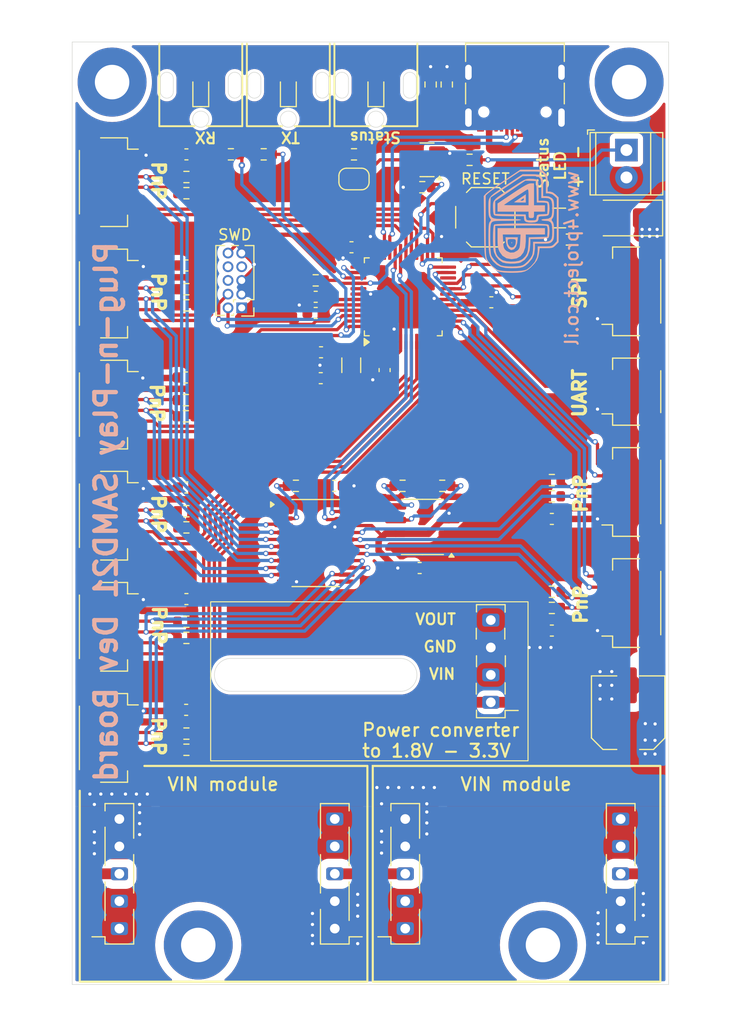
<source format=kicad_pcb>
(kicad_pcb (version 20240108) (generator "pcbnew") (generator_version "8.0")
  (title_block (title "PlugAndPlay SAMD21 Mini HUB") (company "A.B. Yazamut"))
  (layers (0 "F.Cu" signal) (31 "B.Cu" signal) (34 "B.Paste" user) (35 "F.Paste" user) (36 "B.SilkS" user "B.Silkscreen") (37 "F.SilkS" user "F.Silkscreen") (38 "B.Mask" user) (39 "F.Mask" user) (44 "Edge.Cuts" user))
  (net 0 "")
  (net 1 "VCC")
  (net 2 "GND")
  (net 3 "VDC")
  (net 4 "Net-(U3-PA00)")
  (net 5 "Net-(U3-PA01)")
  (net 6 "Net-(U3-VDDCORE)")
  (net 7 "Net-(D5-A)")
  (net 8 "Net-(D2-K)")
  (net 9 "Net-(D3-K)")
  (net 10 "Net-(D4-K)")
  (net 11 "Net-(F1-Pad1)")
  (net 12 "SWDIO")
  (net 13 "SWCLK")
  (net 14 "unconnected-(J1-SWO{slash}TDO-Pad6)")
  (net 16 "SDA0")
  (net 17 "SCL0")
  (net 18 "unconnected-(J1-NC{slash}TDI-Pad8)")
  (net 19 "SDA1")
  (net 20 "SCL1")
  (net 21 "RESET")
  (net 22 "SDA2")
  (net 23 "SCL2")
  (net 24 "D1{slash}TX")
  (net 25 "SDA3")
  (net 26 "SCL3")
  (net 27 "D0{slash}RX")
  (net 28 "SDA4")
  (net 29 "SCL4")
  (net 30 "SDA5")
  (net 31 "SCL5")
  (net 32 "SDA6")
  (net 33 "SCL6")
  (net 34 "SDA7")
  (net 35 "SCL7")
  (net 36 "D10{slash}SPI_SS")
  (net 37 "Net-(U1-~{RESET})")
  (net 38 "SPI_MOSI")
  (net 39 "SPI_MISO")
  (net 40 "SPI_SCK")
  (net 41 "D11")
  (net 42 "D12")
  (net 43 "D6")
  (net 44 "D7")
  (net 45 "A5")
  (net 46 "A1")
  (net 47 "A2")
  (net 48 "A3")
  (net 49 "A4")
  (net 50 "D8")
  (net 51 "D9")
  (net 52 "D4")
  (net 53 "D3")
  (net 54 "D2")
  (net 55 "D5")
  (net 56 "Net-(J17-Pin_1)")
  (net 57 "Net-(JP1-A)")
  (net 58 "Net-(JP1-B)")
  (net 59 "D13")
  (net 60 "I2C_SCL")
  (net 61 "I2C_SDA")
  (net 62 "TX_LED")
  (net 63 "RX_LED")
  (net 64 "A0")
  (net 65 "AREF")
  (net 66 "USB_D-")
  (net 67 "USB_D+")
  (net 69 "Net-(J2-CC1)")
  (net 71 "Net-(J2-CC2)")
  (net 73 "D31")
  (net 74 "D30")
  (net 75 "D38")
  (footprint "Capacitor_SMD:C_0603_1608Metric" (layer "F.Cu") (at 104.902 73.406)
    (property "Reference" "C14")
    (property "Value" "0.1uF")
  )
  (footprint "Package_SO:SOIC-8_3.9x4.9mm_P1.27mm" (layer "F.Cu") (at 114.808 94.742 180)
    (property "Reference" "U2")
    (property "Value" "M24C02-FMN")
  )
  (footprint "MountingHole:MountingHole_3.2mm_M3_Pad" (layer "F.Cu") (at 86 53.5)
    (property "Reference" "REF**" (hide yes))
    (property "Value" "MountingHole_3.2mm_M3_Pad" (hide yes))
  )
  (footprint "Resistor_SMD:R_0603_1608Metric" (layer "F.Cu") (at 92.9 93.284 180)
    (property "Reference" "R17")
    (property "Value" "4.7K")
  )
  (footprint "Connector_JST:JST_SH_SM06B-SRSS-TB_1x06-1MP_P1.00mm_Horizontal" (layer "F.Cu") (at 85.651 104 -90)
    (property "Reference" "J12" (hide yes))
    (property "Value" "JST_SH_SM06B-SRSS-TB_1x06-1MP_P1.00mm_Horizontal" (hide yes))
  )
  (footprint "Capacitor_SMD:C_0603_1608Metric" (layer "F.Cu") (at 106.62 90.932)
    (property "Reference" "C1")
    (property "Value" "0.1uF")
  )
  (footprint "Resistor_SMD:R_0603_1608Metric" (layer "F.Cu") (at 126.825 102.25)
    (property "Reference" "R11")
    (property "Value" "4.7K")
  )
  (footprint "Connector_JST:JST_SH_SM06B-SRSS-TB_1x06-1MP_P1.00mm_Horizontal" (layer "F.Cu") (at 134.25 101.8 90)
    (property "Reference" "J10" (hide yes))
    (property "Value" "JST_SH_SM06B-SRSS-TB_1x06-1MP_P1.00mm_Horizontal" (hide yes))
  )
  (footprint "Resistor_SMD:R_0603_1608Metric" (layer "F.Cu") (at 92.9 62.3 180)
    (property "Reference" "R7")
    (property "Value" "4.7K")
  )
  (footprint "Resistor_SMD:R_0603_1608Metric" (layer "F.Cu") (at 126.825 91.9)
    (property "Reference" "R5")
    (property "Value" "4.7K")
  )
  (footprint "Diode_SMD:D_SMA" (layer "F.Cu") (at 133.6 66.1 180)
    (property "Reference" "D5" (hide yes))
    (property "Value" "SS14")
  )
  (footprint "Jumper:SolderJumper-2_P1.3mm_Bridged_RoundedPad1.0x1.5mm" (layer "F.Cu") (at 108.458 62.484 180)
    (property "Reference" "JP1")
    (property "Value" "SolderJumper_2_Bridged")
  )
  (footprint "Fiducial:Fiducial_0.5mm_Mask1mm" (layer "F.Cu") (at 89.8 58.8)
    (property "Reference" "REF**")
    (property "Value" "Fiducial_0.5mm_Mask1mm")
  )
  (footprint "MountingHole:MountingHole_3.2mm_M3_Pad" (layer "F.Cu") (at 134 53.5)
    (property "Reference" "REF**" (hide yes))
    (property "Value" "MountingHole_3.2mm_M3_Pad" (hide yes))
  )
  (footprint "Capacitor_SMD:C_0603_1608Metric" (layer "F.Cu") (at 105.3965 78.55)
    (property "Reference" "C12")
    (property "Value" "20pF")
  )
  (footprint "Connector_JST:JST_SH_SM06B-SRSS-TB_1x06-1MP_P1.00mm_Horizontal" (layer "F.Cu") (at 134.25 72.9 90)
    (property "Reference" "J8" (hide yes))
    (property "Value" "JST_SH_SM06B-SRSS-TB_1x06-1MP_P1.00mm_Horizontal" (hide yes))
  )
  (footprint "Resistor_SMD:R_0603_1608Metric" (layer "F.Cu") (at 92.9 63.8 180)
    (property "Reference" "R6")
    (property "Value" "4.7K")
  )
  (footprint "Resistor_SMD:R_0603_1608Metric" (layer "F.Cu") (at 92.9 115.4 180)
    (property "Reference" "R14")
    (property "Value" "4.7K")
  )
  (footprint "Library:SMD-CBI-5mm" (layer "F.Cu") (at 102.362 54.289001 90)
    (property "Reference" "REF**" (hide yes))
    (property "Value" "SMD-CBI" (hide yes))
    (fp_line (start -0.1 -3.75) (end 1.1 -3.75) (stroke (width 0.05)) (layer "Edge.Cuts"))
    (fp_line (start 1.1 -2.55) (end -0.1 -2.55) (stroke (width 0.05)) (layer "Edge.Cuts"))
    (fp_line (start -0.1 2.55) (end 1.1 2.55) (stroke (width 0.05)) (layer "Edge.Cuts"))
    (fp_line (start 1.1 3.75) (end -0.1 3.75) (stroke (width 0.05)) (layer "Edge.Cuts"))
    (fp_arc (start 1.1 -3.75) (mid 1.7 -3.15) (end 1.1 -2.55) (stroke (width 0.05)) (layer "Edge.Cuts"))
    (fp_arc (start -0.1 -2.55) (mid -0.7 -3.15) (end -0.1 -3.75) (stroke (width 0.05)) (layer "Edge.Cuts"))
    (fp_arc (start 1.1 2.55) (mid 1.7 3.15) (end 1.1 3.75) (stroke (width 0.05)) (layer "Edge.Cuts"))
    (fp_arc (start -0.1 3.75) (mid -0.7 3.15) (end -0.1 2.55) (stroke (width 0.05)) (layer "Edge.Cuts"))
    (fp_circle (center -2.65 0) (end -1.9 0) (stroke (width 0.05)) (fill none) (layer "Edge.Cuts"))
  )
  (footprint "TerminalBlock_TE-Connectivity:TerminalBlock_TE_282834-2_1x02_P2.54mm_Horizontal" (layer "F.Cu") (at 133.75 59.8 -90)
    (property "Reference" "J17" (hide yes))
    (property "Value" "Status LED" (hide yes))
  )
  (footprint "Connector_JST:JST_SH_SM06B-SRSS-TB_1x06-1MP_P1.00mm_Horizontal" (layer "F.Cu") (at 134.25 91.5 90)
    (property "Reference" "J9" (hide yes))
    (property "Value" "JST_SH_SM06B-SRSS-TB_1x06-1MP_P1.00mm_Horizontal" (hide yes))
  )
  (footprint "Package_QFP:TQFP-48_7x7mm_P0.5mm" (layer "F.Cu") (at 113.03 73.406 90)
    (property "Reference" "U3")
    (property "Value" "ATSAMD21G18A-A")
  )
  (footprint "Library:SMD-CBI-5mm" (layer "F.Cu") (at 110.49 54.289001 90)
    (property "Reference" "REF**" (hide yes))
    (property "Value" "SMD-CBI" (hide yes))
    (fp_line (start -0.1 -3.75) (end 1.1 -3.75) (stroke (width 0.05)) (layer "Edge.Cuts"))
    (fp_line (start 1.1 -2.55) (end -0.1 -2.55) (stroke (width 0.05)) (layer "Edge.Cuts"))
    (fp_line (start -0.1 2.55) (end 1.1 2.55) (stroke (width 0.05)) (layer "Edge.Cuts"))
    (fp_line (start 1.1 3.75) (end -0.1 3.75) (stroke (width 0.05)) (layer "Edge.Cuts"))
    (fp_arc (start 1.1 -3.75) (mid 1.7 -3.15) (end 1.1 -2.55) (stroke (width 0.05)) (layer "Edge.Cuts"))
    (fp_arc (start -0.1 -2.55) (mid -0.7 -3.15) (end -0.1 -3.75) (stroke (width 0.05)) (layer "Edge.Cuts"))
    (fp_arc (start 1.1 2.55) (mid 1.7 3.15) (end 1.1 3.75) (stroke (width 0.05)) (layer "Edge.Cuts"))
    (fp_arc (start -0.1 3.75) (mid -0.7 3.15) (end -0.1 2.55) (stroke (width 0.05)) (layer "Edge.Cuts"))
    (fp_circle (center -2.65 0) (end -1.9 0) (stroke (width 0.05)) (fill none) (layer "Edge.Cuts"))
  )
  (footprint "Resistor_SMD:R_0603_1608Metric" (layer "F.Cu") (at 100.076 60.198 180)
    (property "Reference" "R24")
    (property "Value" "330")
  )
  (footprint "Library:PinSocket_1x04_P2.54mm_Vertical_SMD_Pin1Left" (layer "F.Cu") (at 121.158 107.188 180)
    (property "Reference" "J3")
    (property "Value" "PinSocket_1x04_P2.54mm_Vertical_SMD_Pin1Left")
  )
  (footprint "Capacitor_SMD:C_0603_1608Metric" (layer "F.Cu") (at 92.9 91.084)
    (property "Reference" "C9")
    (property "Value" "1uF")
  )
  (footprint "Resistor_SMD:R_0603_1608Metric" (layer "F.Cu") (at 92.9 103.528 180)
    (property "Reference" "R19")
    (property "Value" "4.7K")
  )
  (footprint "Resistor_SMD:R_0603_1608Metric" (layer "F.Cu") (at 92.851 82.984 180)
    (property "Reference" "R13")
    (property "Value" "4.7K")
  )
  (footprint "Library:PinSocket_1x05_P2.54mm_Vertical_SMD_Pin1Right" (layer "F.Cu") (at 113.215 126.9 180)
    (property "Reference" "J5")
    (property "Value" "Conn_01x05")
  )
  (footprint "Library:SMD-CBI-5mm" (layer "F.Cu") (at 94.234 54.289001 90)
    (property "Reference" "REF**" (hide yes))
    (property "Value" "SMD-CBI" (hide yes))
    (fp_line (start -0.1 -3.75) (end 1.1 -3.75) (stroke (width 0.05)) (layer "Edge.Cuts"))
    (fp_line (start 1.1 -2.55) (end -0.1 -2.55) (stroke (width 0.05)) (layer "Edge.Cuts"))
    (fp_line (start -0.1 2.55) (end 1.1 2.55) (stroke (width 0.05)) (layer "Edge.Cuts"))
    (fp_line (start 1.1 3.75) (end -0.1 3.75) (stroke (width 0.05)) (layer "Edge.Cuts"))
    (fp_arc (start 1.1 -3.75) (mid 1.7 -3.15) (end 1.1 -2.55) (stroke (width 0.05)) (layer "Edge.Cuts"))
    (fp_arc (start -0.1 -2.55) (mid -0.7 -3.15) (end -0.1 -3.75) (stroke (width 0.05)) (layer "Edge.Cuts"))
    (fp_arc (start 1.1 2.55) (mid 1.7 3.15) (end 1.1 3.75) (stroke (width 0.05)) (layer "Edge.Cuts"))
    (fp_arc (start -0.1 3.75) (mid -0.7 3.15) (end -0.1 2.55) (stroke (width 0.05)) (layer "Edge.Cuts"))
    (fp_circle (center -2.65 0) (end -1.9 0) (stroke (width 0.05)) (fill none) (layer "Edge.Cuts"))
  )
  (footprint "Connector_JST:JST_SH_SM06B-SRSS-TB_1x06-1MP_P1.00mm_Horizontal" (layer "F.Cu") (at 85.651 93.7 -90)
    (property "Reference" "J16" (hide yes))
    (property "Value" "JST_SH_SM06B-SRSS-TB_1x06-1MP_P1.00mm_Horizontal" (hide yes))
  )
  (footprint "Fiducial:Fiducial_0.5mm_Mask1mm" (layer "F.Cu") (at 85.6 135.2)
    (property "Reference" "REF**")
    (property "Value" "Fiducial_0.5mm_Mask1mm")
  )
  (footprint "Capacitor_SMD:C_0603_1608Metric" (layer "F.Cu") (at 114.554 98.552 180)
    (property "Reference" "C2")
    (property "Value" "0.1uF")
  )
  (footprint "Capacitor_SMD:C_0603_1608Metric" (layer "F.Cu") (at 92.9 101.428)
    (property "Reference" "C10")
    (property "Value" "1uF")
  )
  (footprint "Resistor_SMD:R_0603_1608Metric" (layer "F.Cu") (at 92.851 84.484 180)
    (property "Reference" "R12")
    (property "Value" "4.7K")
  )
  (footprint "Capacitor_SMD:C_0603_1608Metric" (layer "F.Cu") (at 105.3715 80.95)
    (property "Reference" "C13")
    (property "Value" "20pF")
  )
  (footprint "LED_SMD:LED_0603_1608Metric" (layer "F.Cu") (at 94.234 54.289001 90)
    (property "Reference" "D4")
    (property "Value" "YELLOW")
  )
  (footprint "Capacitor_SMD:C_0603_1608Metric" (layer "F.Cu") (at 108.2235 68.813)
    (property "Reference" "C16")
    (property "Value" "0.1uF")
  )
  (footprint "Resistor_SMD:R_0603_1608Metric" (layer "F.Cu") (at 97.028 60.198 180)
    (property "Reference" "R25")
    (property "Value" "330")
  )
  (footprint "Library:USB_C_Receptacle_G-Switch_GT-USB-7010ASV" (layer "F.Cu") (at 123.4 53.665 180)
    (property "Reference" "J2")
    (property "Value" "USB_C_Receptacle_USB2.0_16P")
  )
  (footprint "Resistor_SMD:R_0603_1608Metric" (layer "F.Cu") (at 92.899394 74.2 180)
    (property "Reference" "R8")
    (property "Value" "4.7K")
  )
  (footprint "Resistor_SMD:R_0603_1608Metric" (layer "F.Cu") (at 92.899394 72.7 180)
    (property "Reference" "R9")
    (property "Value" "4.7K")
  )
  (footprint "Fiducial:Fiducial_0.5mm_Mask1mm" (layer "F.Cu") (at 128.4 59.4)
    (property "Reference" "REF**")
    (property "Value" "Fiducial_0.5mm_Mask1mm")
  )
  (footprint "Resistor_SMD:R_0603_1608Metric" (layer "F.Cu") (at 104.902 71.882)
    (property "Reference" "R20")
    (property "Value" "10K")
  )
  (footprint "Capacitor_SMD:C_0603_1608Metric" (layer "F.Cu") (at 92.875 111.7)
    (property "Reference" "C8")
    (property "Value" "1uF")
  )
  (footprint "MountingHole:MountingHole_3.2mm_M3_Pad" (layer "F.Cu") (at 126 133.5)
    (property "Reference" "REF**" (hide yes))
    (property "Value" "MountingHole_3.2mm_M3_Pad" (hide yes))
  )
  (footprint "Resistor_SMD:R_0603_1608Metric" (layer "F.Cu") (at 92.9 113.9 180)
    (property "Reference" "R15")
    (property "Value" "4.7K")
  )
  (footprint "Resistor_SMD:R_0603_1608Metric" (layer "F.Cu") (at 108.458 60.198)
    (property "Reference" "R23")
    (property "Value" "330")
  )
  (footprint "LED_SMD:LED_0603_1608Metric" (layer "F.Cu") (at 102.362 54.289001 90)
    (property "Reference" "D3")
    (property "Value" "GREEN")
  )
  (footprint "Capacitor_SMD:C_0603_1608Metric" (layer "F.Cu") (at 92.9 60.2)
    (property "Reference" "C4")
    (property "Value" "1uF")
  )
  (footprint "Connector_PinHeader_1.27mm:PinHeader_2x05_P1.27mm_Vertical" (layer "F.Cu") (at 98.033 74.43 180)
    (property "Reference" "J1")
    (property "Value" "SWD")
  )
  (footprint "Resistor_SMD:R_0603_1608Metric" (layer "F.Cu") (at 112.967 90.932 180)
    (property "Reference" "R2")
    (property "Value" "4.7K")
  )
  (footprint "Connector_JST:JST_SH_SM04B-SRSS-TB_1x04-1MP_P1.00mm_Horizontal" (layer "F.Cu") (at 134.25 82.2 90)
    (property "Reference" "J7" (hide yes))
    (property "Value" "JST_SH_SM04B-SRSS-TB_1x04-1MP_P1.00mm_Horizontal" (hide yes))
  )
  (footprint "Capacitor_SMD:C_0603_1608Metric" (layer "F.Cu") (at 92.851 80.884)
    (property "Reference" "C7")
    (property "Value" "1uF")
  )
  (footprint "Package_SO:TSSOP-24_4.4x7.8mm_P0.65mm" (layer "F.Cu") (at 104.9025 96.235)
    (property "Reference" "U1")
    (property "Value" "PCA9548A")
  )
  (footprint "Capacitor_SMD:C_0603_1608Metric" (layer "F.Cu") (at 92.899394 70.5)
    (property "Reference" "C5")
    (property "Value" "1uF")
  )
  (footprint "Capacitor_SMD:C_0603_1608Metric" (layer "F.Cu") (at 111.3 80.2 90)
    (property "Reference" "C17")
    (property "Value" "0.1uF")
  )
  (footprint "Fiducial:Fiducial_0.5mm_Mask1mm" (layer "F.Cu") (at 134.2 135.4)
    (property "Reference" "REF**")
    (property "Value" "Fiducial_0.5mm_Mask1mm")
  )
  (footprint "Capacitor_SMD:C_Elec_6.3x7.7" (layer "F.Cu") (at 133.912 111.9625 90)
    (property "Reference" "C11")
    (property "Value" "47uF/50V")
  )
  (footprint "Library:PinSocket_1x05_P2.54mm_Vertical_SMD_Pin1Right" (layer "F.Cu") (at 86.675 126.9 180)
    (property "Reference" "J20")
    (property "Value" "Conn_01x05")
  )
  (footprint "LED_SMD:LED_0603_1608Metric" (layer "F.Cu") (at 110.49 54.289001 90)
    (property "Reference" "D2")
    (property "Value" "BLUE")
  )
  (footprint "Resistor_SMD:R_0603_1608Metric" (layer "F.Cu") (at 126.825 90.4)
    (property "Reference" "R4")
    (property "Value" "4.7K")
  )
  (footprint "Capacitor_SMD:C_0603_1608Metric" (layer "F.Cu") (at 121.205 73.914 180)
    (property "Reference" "C18")
    (property "Value" "0.1uF")
  )
  (footprint "Connector_JST:JST_SH_SM06B-SRSS-TB_1x06-1MP_P1.00mm_Horizontal" (layer "F.Cu") (at 85.651 73.1 -90)
    (property "Reference" "J14" (hide yes))
    (property "Value" "JST_SH_SM06B-SRSS-TB_1x06-1MP_P1.00mm_Horizontal" (hide yes))
  )
  (footprint "Package_TO_SOT_SMD:SOT-23" (layer "F.Cu") (at 115.2375 60.706 180)
    (property "Reference" "Q1")
    (property "Value" "2N7002")
  )
  (footprint "MountingHole:MountingHole_3.2mm_M3_Pad" (layer "F.Cu") (at 94 133.5)
    (property "Reference" "REF**" (hide yes))
    (property "Value" "MountingHole_3.2mm_M3_Pad" (hide yes))
  )
  (footprint "Capacitor_SMD:C_0603_1608Metric" (layer "F.Cu") (at 104.902 74.906)
    (property "Reference" "C15")
    (property "Value" "0.1uF")
  )
  (footprint "Capacitor_SMD:C_0603_1608Metric" (layer "F.Cu") (at 128.3 68.1 180)
    (property "Reference" "C19")
    (property "Value" "1uF")
  )
  (footprint "Resistor_SMD:R_0603_1608Metric" (layer "F.Cu") (at 115.57 53.721 90)
    (property "Reference" "R27")
    (property "Value" "5.1K")
  )
  (footprint "Resistor_SMD:R_0603_1608Metric" (layer "F.Cu") (at 117.07 53.721 90)
    (property "Reference" "R26")
    (property "Value" "5.1K")
  )
  (footprint "Resistor_SMD:R_0603_1608Metric" (layer "F.Cu") (at 119.189 60.706)
    (property "Reference" "R22")
    (property "Value" "330")
  )
  (footprint "Resistor_SMD:R_0603_1608Metric" (layer "F.Cu") (at 92.9 94.784 180)
    (property "Reference" "R16")
    (property "Value" "4.7K")
  )
  (footprint "Resistor_SMD:R_0603_1608Metric" (layer "F.Cu") (at 116.649 90.932)
    (property "Reference" "R1")
    (property "Value" "4.7K")
  )
  (footprint "Resistor_SMD:R_0603_1608Metric" (layer "F.Cu") (at 126.825 100.75)
    (property "Reference" "R10")
    (property "Value" "4.7K")
  )
  (footprint "Connector_JST:JST_SH_SM06B-SRSS-TB_1x06-1MP_P1.00mm_Horizontal" (layer "F.Cu") (at 85.651 114.3 -90)
    (property "Reference" "J11" (hide yes))
    (property "Value" "JST_SH_SM06B-SRSS-TB_1x06-1MP_P1.00mm_Horizontal" (hide yes))
  )
  (footprint "Crystal:Crystal_SMD_3215-2Pin_3.2x1.5mm" (layer "F.Cu") (at 108.2035 79.75 90)
    (property "Reference" "Y1")
    (property "Value" "32.768KHz")
  )
  (footprint "Resistor_SMD:R_0603_1608Metric" (layer "F.Cu") (at 114.7975 63.246 180)
    (property "Reference" "R21")
    (property "Value" "10K")
  )
  (footprint "Library:PinSocket_1x05_P2.54mm_Vertical_SMD_Pin1Left" (layer "F.Cu") (at 133.2155 126.9 180)
    (property "Reference" "J6")
    (property "Value" "Conn_01x05")
  )
  (footprint "Resistor_SMD:R_0603_1608Metric" (layer "F.Cu") (at 92.9 105.028 180)
    (property "Reference" "R18")
    (property "Value" "4.7K")
  )
  (footprint "Capacitor_SMD:C_0603_1608Metric" (layer "F.Cu") (at 126.825 94 180)
    (property "Reference" "C3")
    (property "Value" "1uF")
  )
  (footprint "Connector_JST:JST_SH_SM06B-SRSS-TB_1x06-1MP_P1.00mm_Horizontal" (layer "F.Cu") (at 85.651 62.778 -90)
    (property "Reference" "J13" (hide yes))
    (property "Value" "JST_SH_SM06B-SRSS-TB_1x06-1MP_P1.00mm_Horizontal" (hide yes))
  )
  (footprint "Resistor_SMD:R_0603_1608Metric" (layer "F.Cu") (at 103.064 90.932)
    (property "Reference" "R3")
    (property "Value" "10K")
  )
  (footprint "Fuse:Fuse_1206_3216Metric" (layer "F.Cu") (at 127.5 66.1)
    (property "Reference" "F1")
    (property "Value" "500mA")
  )
  (footprint "Connector_JST:JST_SH_SM06B-SRSS-TB_1x06-1MP_P1.00mm_Horizontal" (layer "F.Cu") (at 85.651 83.4 -90)
    (property "Reference" "J15" (hide yes))
    (property "Value" "JST_SH_SM06B-SRSS-TB_1x06-1MP_P1.00mm_Horizontal" (hide yes))
  )
  (footprint "Capacitor_SMD:C_0603_1608Metric" (layer "F.Cu") (at 126.825 104.35 180)
    (property "Reference" "C6")
    (property "Value" "1uF")
  )
  (footprint "Button_Switch_SMD:SW_Push_1P1T_XKB_TS-1187A" (layer "F.Cu") (at 120.65 66.03 180)
    (property "Reference" "SW1")
    (property "Value" "RESET")
  )
  (footprint "Library:PinSocket_1x05_P2.54mm_Vertical_SMD_Pin1Left" (layer "F.Cu") (at 106.675 126.9 180)
    (property "Reference" "J4")
    (property "Value" "Conn_01x05")
  )
  (footprint "Library:4P-logo-front" (layer "B.Cu") (at 123.9 66.27502 -90)
    (property "Reference" "G***" (hide yes))
    (property "Value" "LOGO" (hide yes))
  )
  (gr_line (start 83 136.9) (end 83 119.2) (stroke (width 0.2)) (layer "F.SilkS"))
  (gr_line (start 109.7 116.9) (end 109.7 136.9) (stroke (width 0.2)) (layer "F.SilkS"))
  (gr_rect (start 95.15 101.682) (end 124.614 116.422) (stroke (width 0.1)) (fill none) (layer "F.SilkS"))
  (gr_rect (start 110.2 116.9) (end 136.9 136.9) (stroke (width 0.2)) (fill none) (layer "F.SilkS"))
  (gr_line (start 109.7 136.9) (end 83 136.9) (stroke (width 0.2)) (layer "F.SilkS"))
  (gr_line (start 109.7 116.9) (end 89 116.9) (stroke (width 0.2)) (layer "F.SilkS"))
  (gr_arc (start 112.776 106.934) (mid 114.3 108.458) (end 112.776 109.982) (stroke (width 0.05)) (layer "Edge.Cuts"))
  (gr_line (start 82.296 137.16) (end 82.296 49.784) (stroke (width 0.05)) (layer "Edge.Cuts"))
  (gr_line (start 82.296 49.784) (end 137.668 49.784) (stroke (width 0.05)) (layer "Edge.Cuts"))
  (gr_line (start 97.024 106.934) (end 112.776 106.934) (stroke (width 0.05)) (layer "Edge.Cuts"))
  (gr_line (start 82.296 137.16) (end 137.668 137.16) (stroke (width 0.05)) (layer "Edge.Cuts"))
  (gr_line (start 137.668 137.16) (end 137.668 49.784) (stroke (width 0.05)) (layer "Edge.Cuts"))
  (gr_line (start 112.776 109.982) (end 97.024 109.982) (stroke (width 0.05)) (layer "Edge.Cuts"))
  (gr_arc (start 97.024 109.982) (mid 95.5 108.458) (end 97.024 106.934) (stroke (width 0.05)) (layer "Edge.Cuts"))
  (gr_text "Plug-n-Play SAMD21 Dev Board" (at 86.614 68.071999 90) (layer "B.SilkS") (effects (font (size 2 2) (thickness 0.4) (bold yes)) (justify left bottom mirror)))
  (gr_text "www.4project.co.il" (at 129.378524 61.618354 90) (layer "B.SilkS") (effects (font (size 1.2 1.2) (thickness 0.2) (bold yes)) (justify left bottom mirror)))
  (gr_text "VOUT" (at 114.046 103.886 0) (layer "F.SilkS") (effects (font (size 1 1) (thickness 0.2) (bold yes)) (justify left bottom)))
  (gr_text "VIN" (at 115.316 108.966 0) (layer "F.SilkS") (effects (font (size 1 1) (thickness 0.2) (bold yes)) (justify left bottom)))
  (gr_text "PnP" (at 89.6 60.705143 270) (layer "F.SilkS") (effects (font (size 1.2 1.2) (thickness 0.3) (bold yes)) (justify left bottom)))
  (gr_text "PnP" (at 89.6 112.227143 270) (layer "F.SilkS") (effects (font (size 1.2 1.2) (thickness 0.3) (bold yes)) (justify left bottom)))
  (gr_text "GND" (at 114.808 106.426 0) (layer "F.SilkS") (effects (font (size 1 1) (thickness 0.2) (bold yes)) (justify left bottom)))
  (gr_text "PnP" (at 89.599394 71.027143 270) (layer "F.SilkS") (effects (font (size 1.2 1.2) (thickness 0.3) (bold yes)) (justify left bottom)))
  (gr_text "VIN module" (at 91.027144 119.3 0) (layer "F.SilkS") (effects (font (size 1.2 1.2) (thickness 0.2) (bold yes)) (justify left bottom)))
  (gr_text "SPI" (at 130.1 74.687143 90) (layer "F.SilkS") (effects (font (size 1.2 1.2) (thickness 0.3) (bold yes)) (justify left bottom)))
  (gr_text "Status\n LED\n+  -" (at 129.794 63.5 90) (layer "F.SilkS") (effects (font (size 1 1) (thickness 0.2) (bold yes)) (justify left bottom)))
  (gr_text "Status" (at 112.920144 58.039 180) (layer "F.SilkS") (effects (font (size 1 1) (thickness 0.2) (bold yes)) (justify left bottom)))
  (gr_text "PnP" (at 130.2 93.572857 90) (layer "F.SilkS") (effects (font (size 1.2 1.2) (thickness 0.3) (bold yes)) (justify left bottom)))
  (gr_text "PnP" (at 89.6625 101.927143 270) (layer "F.SilkS") (effects (font (size 1.2 1.2) (thickness 0.3) (bold yes)) (justify left bottom)))
  (gr_text "UART" (at 130.1 84.73 90) (layer "F.SilkS") (effects (font (size 1.2 1.2) (thickness 0.3) (bold yes)) (justify left bottom)))
  (gr_text "Power converter\nto 1.8V - 3.3V" (at 109.1 116.2 0) (layer "F.SilkS") (effects (font (size 1.2 1.2) (thickness 0.2) (bold yes)) (justify left bottom)))
  (gr_text "RX" (at 95.791191 58.039 180) (layer "F.SilkS") (effects (font (size 1 1) (thickness 0.2) (bold yes)) (justify left bottom)))
  (gr_text "PnP" (at 89.6 91.627143 270) (layer "F.SilkS") (effects (font (size 1.2 1.2) (thickness 0.3) (bold yes)) (justify left bottom)))
  (gr_text "PnP" (at 89.451 81.327143 270) (layer "F.SilkS") (effects (font (size 1.2 1.2) (thickness 0.3) (bold yes)) (justify left bottom)))
  (gr_text "VIN module" (at 118.227144 119.3 0) (layer "F.SilkS") (effects (font (size 1.2 1.2) (thickness 0.2) (bold yes)) (justify left bottom)))
  (gr_text "PnP" (at 130.2 103.872857 90) (layer "F.SilkS") (effects (font (size 1.2 1.2) (thickness 0.3) (bold yes)) (justify left bottom)))
  (gr_text "TX" (at 103.546143 58.039 180) (layer "F.SilkS") (effects (font (size 1 1) (thickness 0.2) (bold yes)) (justify left bottom)))
  (segment (start 118.872 92.964) (end 118.872 92.527606) (width 0.6) (layer "F.Cu") (net 1))
  (segment (start 102.362 53.501501) (end 102.362 50.99) (width 0.3) (layer "F.Cu") (net 1))
  (segment (start 93.775 60.2) (end 93.775 61.2) (width 0.6) (layer "F.Cu") (net 1))
  (segment (start 113.792 90.932) (end 115.824 90.932) (width 0.6) (layer "F.Cu") (net 1))
  (segment (start 133.75 62.34) (end 133.604 62.486) (width 1) (layer "F.Cu") (net 1))
  (segment (start 118.872 92.527606) (end 118.292394 91.948) (width 0.6) (layer "F.Cu") (net 1))
  (segment (start 104.842 92.516) (end 104.936 92.61) (width 0.6) (layer "F.Cu") (net 1))
  (segment (start 93.676 81.934) (end 93.726 81.984) (width 0.6) (layer "F.Cu") (net 1))
  (segment (start 93.625 102.478) (end 93.675 102.428) (width 0.6) (layer "F.Cu") (net 1))
  (segment (start 112.78 77.5685) (end 112.78 78.40912) (width 0.3) (layer "F.Cu") (net 1))
  (segment (start 102.616 75.956) (end 104.627 75.956) (width 0.3) (layer "F.Cu") (net 1))
  (segment (start 110.756 74.156) (end 112.242735 72.669265) (width 0.3) (layer "F.Cu") (net 1))
  (segment (start 93.675 101.428) (end 93.675 102.428) (width 0.6) (layer "F.Cu") (net 1))
  (segment (start 85.916 61.278) (end 85.852 61.214) (width 0.6) (layer "F.Cu") (net 1))
  (segment (start 94.234 53.501501) (end 94.234 50.99) (width 0.3) (layer "F.Cu") (net 1))
  (segment (start 85.852 61.722) (end 85.852 61.214) (width 1) (layer "F.Cu") (net 1))
  (segment (start 131 103.3) (end 126 103.3) (width 0.6) (layer "F.Cu") (net 1))
  (segment (start 89.82 55.88) (end 91.694 55.88) (width 1) (layer "F.Cu") (net 1))
  (segment (start 87.8 112.8) (end 85.874 112.8) (width 0.6) (layer "F.Cu") (net 1))
  (segment (start 134.71 62.34) (end 133.75 62.34) (width 1) (layer "F.Cu") (net 1))
  (segment (start 108.9985 68.813) (end 109.8495 68.813) (width 0.3) (layer "F.Cu") (net 1))
  (segment (start 87.75 102.478) (end 89 102.478) (width 0.6) (layer "F.Cu") (net 1))
  (segment (start 128.59 50.99) (end 129.54 51.94) (width 1) (layer "F.Cu") (net 1))
  (segment (start 110.464735 70.891265) (end 112.242735 72.669265) (width 0.3) (layer "F.Cu") (net 1))
  (segment (start 112.687 92.037) (end 113.792 90.932) (width 0.6) (layer "F.Cu") (net 1))
  (segment (start 104.842 90.932) (end 104.842 92.202) (width 0.6) (layer "F.Cu") (net 1))
  (segment (start 91.694 55.88) (end 92.71 54.864) (width 1) (layer "F.Cu") (net 1))
  (segment (start 87.701 81.934) (end 88.951 81.934) (width 0.6) (layer "F.Cu") (net 1))
  (segment (start 87.8 92.184) (end 93.725 92.184) (width 0.6) (layer "F.Cu") (net 1))
  (segment (start 126.05 93) (end 126.05 90.45) (width 0.6) (layer "F.Cu") (net 1))
  (segment (start 118.908 93) (end 118.872 92.964) (width 0.6) (layer "F.Cu") (net 1))
  (segment (start 112.78 78.40912) (end 111.76412 79.425) (width 0.3) (layer "F.Cu") (net 1))
  (segment (start 94.234 50.99) (end 102.362 50.99) (width 1) (layer "F.Cu") (net 1))
  (segment (start 88.951 81.934) (end 93.676 81.934) (width 0.6) (layer "F.Cu") (net 1))
  (segment (start 132.25 82.7) (end 133.962 82.7) (width 0.6) (layer "F.Cu") (net 1))
  (segment (start 86.054 91.634) (end 85.852 91.836) (width 0.6) (layer "F.Cu") (net 1))
  (segment (start 93.726 80.934) (end 93.726 81.984) (width 0.6) (layer "F.Cu") (net 1))
  (segment (start 93.725 91.134) (end 93.725 92.184) (width 0.6) (layer "F.Cu") (net 1))
  (segment (start 87.8 112.8) (end 93.625 112.8) (width 0.6) (layer "F.Cu") (net 1))
  (segment (start 93.674394 70.5) (end 93.724394 70.55) (width 0.6) (layer "F.Cu") (net 1))
  (segment (start 107.507 92.037) (end 112.687 92.037) (width 0.6) (layer "F.Cu") (net 1))
  (segment (start 134.076 93) (end 134.112 92.964) (width 0.6) (layer "F.Cu") (net 1))
  (segment (start 98.033 74.43) (end 102.586 74.43) (width 0.3) (layer "F.Cu") (net 1))
  (segment (start 93.724394 70.55) (end 93.724394 74.2) (width 0.6) (layer "F.Cu") (net 1))
  (segment (start 132.25 93) (end 134.076 93) (width 0.6) (layer "F.Cu") (net 1))
  (segment (start 93.775 61.2) (end 93.775 63.9) (width 0.6) (layer "F.Cu") (net 1))
  (segment (start 134.112 82.55) (end 134.112 92.964) (width 1) (layer "F.Cu") (net 1))
  (segment (start 93.7 102.453) (end 93.7 105.003) (width 0.6) (layer "F.Cu") (net 1))
  (segment (start 134.09 74.4) (end 134.112 74.422) (width 0.6) (layer "F.Cu") (net 1))
  (segment (start 112.78 75.105471) (end 112.78 74.168) (width 0.3) (layer "F.Cu") (net 1))
  (segment (start 115.316 96.647) (end 117.283 96.647) (width 0.6) (layer "F.Cu") (net 1))
  (segment (start 104.842 90.932) (end 105.845 90.932) (width 0.6) (layer "F.Cu") (net 1))
  (segment (start 110.49 50.99) (end 128.59 50.99) (width 1) (layer "F.Cu") (net 1))
  (segment (start 87.75 92.184) (end 89 92.184) (width 0.6) (layer "F.Cu") (net 1))
  (segment (start 112.78 73.20653) (end 112.623735 73.050265) (width 0.3) (layer "F.Cu") (net 1))
  (segment (start 93.282 50.99) (end 94.234 50.99) (width 1) (layer "F.Cu") (net 1))
  (segment (start 134.112 80.01) (end 134.112 82.55) (width 1) (layer "F.Cu") (net 1))
  (segment (start 131 93) (end 126.05 93) (width 0.6) (layer "F.Cu") (net 1))
  (segment (start 118.872 94.416394) (end 118.872 92.964) (width 0.6) (layer "F.Cu") (net 1))
  (segment (start 117.1925 74.156) (end 112.792 74.156) (width 0.3) (layer "F.Cu") (net 1))
  (segment (start 125.922 103.378) (end 126 103.3) (width 0.6) (layer "F.Cu") (net 1))
  (segment (start 132.25 74.4) (end 134.09 74.4) (width 0.6) (layer "F.Cu") (net 1))
  (segment (start 110.28 69.2435) (end 110.28 70.70653) (width 0.3) (layer "F.Cu") (net 1))
  (segment (start 93.676 80.884) (end 93.726 80.934) (width 0.6) (layer "F.Cu") (net 1))
  (segment (start 93.775 94.734) (end 93.725 94.784) (width 0.6) (layer "F.Cu") (net 1))
  (segment (start 134.112 69.342) (end 134.112 74.422) (width 1) (layer "F.Cu") (net 1))
  (segment (start 102.87 71.882) (end 102.616 72.136) (width 0.3) (layer "F.Cu") (net 1))
  (segment (start 87.75 112.8) (end 89 112.8) (width 0.6) (layer "F.Cu") (net 1))
  (segment (start 104.627 75.956) (end 105.677 74.906) (width 0.3) (layer "F.Cu") (net 1))
  (segment (start 122.47054 74.93) (end 121.446 74.93) (width 0.6) (layer "F.Cu") (net 1))
  (segment (start 87.751 81.934) (end 85.841 81.934) (width 0.6) (layer "F.Cu") (net 1))
  (segment (start 102.586 74.43) (end 102.616 74.4) (width 0.3) (layer "F.Cu") (net 1))
  (segment (start 85.841 81.524) (end 85.803 81.562) (width 0.6) (layer "F.Cu") (net 1))
  (segment (start 112.78 74.168) (end 112.78 73.20653) (width 0.3) (layer "F.Cu") (net 1))
  (segment (start 108.8675 74.156) (end 110.756 74.156) (width 0.3) (layer "F.Cu") (net 1))
  (segment (start 108.8675 74.156) (end 106.427 74.156) (width 0.3) (layer "F.Cu") (net 1))
  (segment (start 85.852 61.214) (end 85.852 59.848) (width 1) (layer "F.Cu") (net 1))
  (segment (start 85.852 112.778) (end 85.874 112.8) (width 1) (layer "F.Cu") (net 1))
  (segment (start 126 103.3) (end 126 104.3) (width 0.6) (layer "F.Cu") (net 1))
  (segment (start 132.25 93) (end 131 93) (width 0.6) (layer "F.Cu") (net 1))
  (segment (start 87.8 61.278) (end 93.697 61.278) (width 0.6) (layer "F.Cu") (net 1))
  (segment (start 108.966 50.99) (end 108.633 51.323) (width 0.6) (layer "F.Cu") (net 1))
  (segment (start 102.713 92.516) (end 102.569 92.66) (width 0.6) (layer "F.Cu") (net 1))
  (segment (start 118.292394 91.948) (end 116.84 91.948) (width 0.6) (layer "F.Cu") (net 1))
  (segment (start 102.362 50.99) (end 108.966 50.99) (width 1) (layer "F.Cu") (net 1))
  (segment (start 134.034 103.3) (end 134.112 103.378) (width 0.6) (layer "F.Cu") (net 1))
  (segment (start 106.934 92.61) (end 107.507 92.037) (width 0.6) (layer "F.Cu") (net 1))
  (segment (start 112.792 74.156) (end 112.78 74.168) (width 0.3) (layer "F.Cu") (net 1))
  (segment (start 133.604 68.834) (end 134.112 69.342) (width 1) (layer "F.Cu") (net 1))
  (segment (start 133.962 82.7) (end 134.112 82.55) (width 0.6) (layer "F.Cu") (net 1))
  (segment (start 112.78 77.5685) (end 112.78 75.105471) (width 0.3) (layer "F.Cu") (net 1))
  (segment (start 129.54 51.94) (end 129.54 56.642) (width 1) (layer "F.Cu") (net 1))
  (segment (start 132.25 74.4) (end 123.00054 74.4) (width 0.6) (layer "F.Cu") (net 1))
  (segment (start 93.675 91.084) (end 93.725 91.134) (width 0.6) (layer "F.Cu") (net 1))
  (segment (start 130.556 57.658) (end 135.128 57.658) (width 1) (layer "F.Cu") (net 1))
  (segment (start 87.749394 71.6) (end 88.999394 71.6) (width 0.6) (layer "F.Cu") (net 1))
  (segment (start 93.697 61.278) (end 93.775 61.2) (width 0.6) (layer "F.Cu") (net 1))
  (segment (start 136.144 60.906) (end 134.71 62.34) (width 1) (layer "F.Cu") (net 1))
  (segment (start 111.76412 79.425) (end 111.3 79.425) (width 0.3) (layer "F.Cu") (net 1))
  (segment (start 121.446 74.93) (end 120.43 73.914) (width 0.6) (layer "F.Cu") (net 1))
  (segment (start 85.852 59.848) (end 89.82 55.88) (width 1) (layer "F.Cu") (net 1))
  (segment (start 104.842 92.516) (end 102.713 92.516) (width 0.6) (layer "F.Cu") (net 1))
  (segment (start 110.49 53.501501) (end 110.49 50.99) (width 0.3) (layer "F.Cu") (net 1))
  (segment (start 92.71 54.864) (end 92.71 51.562) (width 1) (layer "F.Cu") (net 1))
  (segment (start 132.25 103.3) (end 134.034 103.3) (width 0.6) (layer "F.Cu") (net 1))
  (segment (start 134.112 92.964) (end 134.112 103.378) (width 1) (layer "F.Cu") (net 1))
  (segment (start 93.725 92.184) (end 93.725 94.784) (width 0.6) (layer "F.Cu") (net 1))
  (segment (start 106.427 74.156) (end 105.677 74.906) (width 0.3) (layer "F.Cu") (net 1))
  (segment (start 104.936 92.61) (end 106.934 92.61) (width 0.6) (layer "F.Cu") (net 1))
  (segment (start 133.604 62.486) (end 133.604 68.834) (width 1) (layer "F.Cu") (net 1))
  (segment (start 120.43 73.914) (end 118.456 73.914) (width 0.6) (layer "F.Cu") (net 1))
  (segment (start 117.1925 74.156) (end 120.28 74.156) (width 0.3) (layer "F.Cu") (net 1))
  (segment (start 93.625 112.8) (end 93.725 112.7) (width 0.6) (layer "F.Cu") (net 1))
  (segment (start 115.329 96.66) (end 115.316 96.647) (width 0.6) (layer "F.Cu") (net 1))
  (segment (start 136.144 58.674) (end 136.144 60.906) (width 1) (layer "F.Cu") (net 1))
  (segment (start 132.25 103.3) (end 131 103.3) (width 0.6) (layer "F.Cu") (net 1))
  (segment (start 104.077 71.882) (end 102.87 71.882) (width 0.3) (layer "F.Cu") (net 1))
  (segment (start 93.726 81.984) (end 93.726 84.484) (width 0.6) (layer "F.Cu") (net 1))
  (segment (start 93.65 111.7) (end 93.725 111.775) (width 0.6) (layer "F.Cu") (net 1))
  (segment (start 103.889 90.932) (end 104.842 90.932) (width 0.6) (layer "F.Cu") (net 1))
  (segment (start 85.964 101.634) (end 85.852 101.746) (width 0.6) (layer "F.Cu") (net 1))
  (segment (start 93.725 112.7) (end 93.725 115.4) (width 0.6) (layer "F.Cu") (net 1))
  (segment (start 108.966 50.99) (end 110.49 50.99) (width 1) (layer "F.Cu") (net 1))
  (segment (start 135.128 57.658) (end 136.144 58.674) (width 1) (layer "F.Cu") (net 1))
  (segment (start 93.725 111.775) (end 93.725 112.7) (width 0.6) (layer "F.Cu") (net 1))
  (segment (start 126.05 90.45) (end 126 90.4) (width 0.6) (layer "F.Cu") (net 1))
  (segment (start 92.71 51.562) (end 93.282 50.99) (width 1) (layer "F.Cu") (net 1))
  (segment (start 87.799394 71.6) (end 93.599394 71.6) (width 0.6) (layer "F.Cu") (net 1))
  (segment (start 126.05 94) (end 126.05 93) (width 0.6) (layer "F.Cu") (net 1))
  (segment (start 119.508 103.378) (end 125.922 103.378) (width 0.6) (layer "F.Cu") (net 1))
  (segment (start 87.8 92.2) (end 86.054 92.2) (width 0.6) (layer "F.Cu") (net 1))
  (segment (start 93.7 105.003) (end 93.725 105.028) (width 0.6) (layer "F.Cu") (net 1))
  (segment (start 109.8495 68.813) (end 110.28 69.2435) (width 0.3) (layer "F.Cu") (net 1))
  (segment (start 129.54 56.642) (end 130.556 57.658) (width 1) (layer "F.Cu") (net 1))
  (segment (start 110.28 70.70653) (end 110.464735 70.891265) (width 0.3) (layer "F.Cu") (net 1))
  (segment (start 102.616 72.136) (end 102.616 74.4) (width 0.3) (layer "F.Cu") (net 1))
  (segment (start 112.333 96.647) (end 115.316 96.647) (width 0.6) (layer "F.Cu") (net 1))
  (segment (start 123.00054 74.4) (end 122.47054 74.93) (width 0.6) (layer "F.Cu") (net 1))
  (segment (start 102.569 92.66) (end 102.569 93.26) (width 0.6) (layer "F.Cu") (net 1))
  (segment (start 126.05 93) (end 118.908 93) (width 0.6) (layer "F.Cu") (net 1))
  (segment (start 117.283 95.377) (end 117.911394 95.377) (width 0.6) (layer "F.Cu") (net 1))
  (segment (start 102.616 74.4) (end 102.616 75.956) (width 0.3) (layer "F.Cu") (net 1))
  (segment (start 134.112 74.422) (end 134.112 80.01) (width 1) (layer "F.Cu") (net 1))
  (segment (start 89 102.478) (end 93.625 102.478) (width 0.6) (layer "F.Cu") (net 1))
  (segment (start 87.8 102.478) (end 85.964 102.478) (width 0.6) (layer "F.Cu") (net 1))
  (segment (start 85.977394 71.461712) (end 85.851394 71.335712) (width 0.6) (layer "F.Cu") (net 1))
  (segment (start 115.329 98.552) (end 115.329 96.66) (width 0.6) (layer "F.Cu") (net 1))
  (segment (start 118.456 73.914) (end 118.364 74.006) (width 0.6) (layer "F.Cu") (net 1))
  (segment (start 85.852 61.214) (end 85.852 112.778) (width 1) (layer "F.Cu") (net 1))
  (segment (start 116.84 91.948) (end 115.824 90.932) (width 0.6) (layer "F.Cu") (net 1))
  (segment (start 117.283 96.647) (end 117.283 95.377) (width 0.6) (layer "F.Cu") (net 1))
  (segment (start 87.8 61.278) (end 85.916 61.278) (width 0.6) (layer "F.Cu") (net 1))
  (segment (start 126 100.75) (end 126 103.3) (width 0.6) (layer "F.Cu") (net 1))
  (segment (start 126 104.3) (end 126.05 104.35) (width 0.6) (layer "F.Cu") (net 1))
  (segment (start 93.675 102.428) (end 93.7 102.453) (width 0.6) (layer "F.Cu") (net 1))
  (segment (start 93.725 91.084) (end 93.775 91.134) (width 0.6) (layer "F.Cu") (net 1))
  (segment (start 117.911394 95.377) (end 118.872 94.416394) (width 0.6) (layer "F.Cu") (net 1))
  (segment (start 85.888 61.758) (end 85.852 61.722) (width 0.6) (layer "F.Cu") (net 1))
  (segment (start 87.799394 71.6) (end 85.977394 71.6) (width 0.6) (layer "F.Cu") (net 1))
  (segment (start 112.242735 72.669265) (end 112.623735 73.050265) (width 0.3) (layer "F.Cu") (net 1))
  (segment (start 106.934 92.61) (end 107.765 92.61) (width 0.6) (layer "F.Cu") (net 1))
  (segment (start 133.75 62.77) (end 134.18 62.34) (width 0.6) (layer "B.Cu") (net 1))
  (segment (start 104.127 74.168) (end 104.127 74.906) (width 0.3) (layer "F.Cu") (net 2))
  (segment (start 112.18 76.62788) (end 112.28 76.72788) (width 0.3) (layer "F.Cu") (net 2))
  (segment (start 115.57 52.896) (end 115.57 52.07) (width 0.3) (layer "F.Cu") (net 2))
  (segment (start 117.283 93.472) (end 117.283 92.837) (width 0.6) (layer "F.Cu") (net 2))
  (segment (start 114.889 118.913) (end 114.902 118.9) (width 0.6) (layer "F.Cu") (net 2))
  (segment (start 133.912 109.425) (end 132.3905 109.425) (width 2) (layer "F.Cu") (net 2))
  (segment (start 87.37 124.4) (end 84.83 121.86) (width 0.6) (layer "F.Cu") (net 2))
  (segment (start 112.18 76.4) (end 112.18 76.62788) (width 0.3) (layer "F.Cu") (net 2))
  (segment (start 83.94 119.507) (end 84.37 119.507) (width 0.6) (layer "F.Cu") (net 2))
  (segment (start 115.9 73.556) (end 116 73.656) (width 0.3) (layer "F.Cu") (net 2))
  (segment (start 120.2 57.39) (end 119.68 57.39) (width 0.6) (layer "F.Cu") (net 2))
  (segment (start 124.714 105.918) (end 125.73 105.918) (width 0.6) (layer "F.Cu") (net 2))
  (segment (start 88.555 120.468) (end 88.555 119.514) (width 0.6) (layer "F.Cu") (net 2))
  (segment (start 88.9 91.184) (end 91.7375 91.184) (width 0.6) (layer "F.Cu") (net 2))
  (segment (start 110.744 95.991001) (end 110.744 96.956394) (width 0.6) (layer "F.Cu") (net 2))
  (segment (start 112.333 95.377) (end 115.384606 95.377) (width 0.6) (layer "F.Cu") (net 2))
  (segment (start 88.9 111.8) (end 91.75 111.8) (width 0.6) (layer "F.Cu") (net 2))
  (segment (start 135.3175 128.728) (end 135.3175 133.3) (width 0.6) (layer "F.Cu") (net 2))
  (segment (start 126.6 57.39) (end 127.12 57.39) (width 0.6) (layer "F.Cu") (net 2))
  (segment (start 132.388 108.1525) (end 132.388 110.6925) (width 2) (layer "F.Cu") (net 2))
  (segment (start 110.999 118.915) (end 111.014 118.9) (width 0.6) (layer "F.Cu") (net 2))
  (segment (start 117.07 52.896) (end 117.07 52.094) (width 0.3) (layer "F.Cu") (net 2))
  (segment (start 116.998 59.756) (end 116.175 59.756) (width 0.3) (layer "F.Cu") (net 2))
  (segment (start 106.812 94.61) (end 106.68 94.742) (width 0.3) (layer "F.Cu") (net 2))
  (segment (start 107.442 69.8) (end 107.442 68.8195) (width 0.3) (layer "F.Cu") (net 2))
  (segment (start 98.15 69.35) (end 99.2 70.4) (width 0.3) (layer "F.Cu") (net 2))
  (segment (start 88.555 120.468) (end 88.555 123.975) (width 0.6) (layer "F.Cu") (net 2))
  (segment (start 88.555 123.975) (end 88.13 124.4) (width 0.6) (layer "F.Cu") (net 2))
  (segment (start 111.358001 95.377) (end 111.114501 95.620501) (width 0.6) (layer "F.Cu") (net 2))
  (segment (start 111.589 118.911) (end 111.6 118.9) (width 0.6) (layer "F.Cu") (net 2))
  (segment (start 132.25 83.7) (end 131.184 83.7) (width 0.6) (layer "F.Cu") (net 2))
  (segment (start 104.6 129.865) (end 105.025 129.44) (width 0.6) (layer "F.Cu") (net 2))
  (segment (start 131.064 94) (end 127.8375 94) (width 0.6) (layer "F.Cu") (net 2))
  (segment (start 105.785 129.44) (end 108.325 131.98) (width 0.6) (layer "F.Cu") (net 2))
  (segment (start 119.68 57.39) (end 119.08 56.79) (width 0.6) (layer "F.Cu") (net 2))
  (segment (start 117.07 52.094) (end 117.094 52.07) (width 0.3) (layer "F.Cu") (net 2))
  (segment (start 107.442 68.8195) (end 107.4485 68.813) (width 0.3) (layer "F.Cu") (net 2))
  (segment (start 110.78 68.40288) (end 110.19512 67.818) (width 0.3) (layer "F.Cu") (net 2))
  (segment (start 125.73 105.918) (end 126.746 105.918) (width 0.6) (layer "F.Cu") (net 2))
  (segment (start 115.216 123.915) (end 114.791 124.34) (width 0.6) (layer "F.Cu") (net 2))
  (segment (start 110.19512 67.818) (end 109.982 67.818) (width 0.3) (layer "F.Cu") (net 2))
  (segment (start 114.791 124.34) (end 114.031 124.34) (width 0.6) (layer "F.Cu") (net 2))
  (segment (start 121.98 73.914) (end 121.98 73.314) (width 0.3) (layer "F.Cu") (net 2))
  (segment (start 113.9725 63.246) (end 113.03 63.246) (width 0.3) (layer "F.Cu") (net 2))
  (segment (start 98.033 73.16) (end 98.033 71.89) (width 0.3) (layer "F.Cu") (net 2))
  (segment (start 116 73.656) (end 117.1925 73.656) (width 0.3) (layer "F.Cu") (net 2))
  (segment (start 99.2 70.723) (end 99.2 70.4) (width 0.3) (layer "F.Cu") (net 2))
  (segment (start 110.78 69.2435) (end 110.78 68.40288) (width 0.3) (layer "F.Cu") (net 2))
  (segment (start 104.127 73.406) (end 104.127 74.168) (width 0.3) (layer "F.Cu") (net 2))
  (segment (start 127.6 105.318) (end 127.6 104.35) (width 0.6) (layer "F.Cu") (net 2))
  (segment (start 105.2965 79.75) (end 104.5965 79.75) (width 0.3) (layer "F.Cu") (net 2))
  (segment (start 112.522 98.552) (end 113.779 98.552) (width 0.6) (layer "F.Cu") (net 2))
  (segment (start 131.1175 129.793) (end 131.5425 129.368) (width 0.6) (layer "F.Cu") (net 2))
  (segment (start 110.744 96.956394) (end 112.339606 98.552) (width 0.6) (layer "F.Cu") (net 2))
  (segment (start 117.283 94.107) (end 117.283 93.472) (width 0.6) (layer "F.Cu") (net 2))
  (segment (start 110.104 94.61) (end 111.114501 95.620501) (width 0.3) (layer "F.Cu") (net 2))
  (segment (start 104.5965 79.75) (end 104.5965 78.575) (width 0.3) (layer "F.Cu") (net 2))
  (segment (start 127.525 68.1) (end 126.238 68.1) (width 0.3) (layer "F.Cu") (net 2))
  (segment (start 110.999 120.496) (end 110.999 118.915) (width 0.6) (layer "F.Cu") (net 2))
  (segment (start 84.956 121.809) (end 84.945 121.82) (width 0.6) (layer "F.Cu") (net 2))
  (segment (start 125.817 67.905) (end 125.984 68.072) (width 0.3) (layer "F.Cu") (net 2))
  (segment (start 104.127 74.168) (end 103.378 74.168) (width 0.3) (layer "F.Cu") (net 2))
  (segment (start 110 73.156) (end 108.8675 73.156) (width 0.3) (layer "F.Cu") (net 2))
  (segment (start 108.8 128.8) (end 108.8 133.372) (width 0.6) (layer "F.Cu") (net 2))
  (segment (start 132.25 94) (end 131.064 94) (width 0.6) (layer "F.Cu") (net 2))
  (segment (start 88.555 119.522) (end 88.57 119.507) (width 0.6) (layer "F.Cu") (net 2))
  (segment (start 131.1175 133.3) (end 131.1175 129.793) (width 0.6) (layer "F.Cu") (net 2))
  (segment (start 132.388 109.4225) (end 132.388 108.1525) (width 2) (layer "F.Cu") (net 2))
  (segment (start 104.5965 78.575) (end 104.6215 78.55) (width 0.3) (layer "F.Cu") (net 2))
  (segment (start 127.12 57.39) (end 127.72 56.79) (width 0.6) (layer "F.Cu") (net 2))
  (segment (start 131.184 83.7) (end 131.064 83.82) (width 0.6) (layer "F.Cu") (net 2))
  (segment (start 132.2 104.35) (end 132.25 104.3) (width 0.6) (layer "F.Cu") (net 2))
  (segment (start 127.889 52.421) (end 127.72 52.59) (width 0.6) (layer "F.Cu") (net 2))
  (segment (start 131.064 104.35) (end 132.2 104.35) (width 0.6) (layer "F.Cu") (net 2))
  (segment (start 92.047 60.278) (end 92.125 60.2) (width 0.6) (layer "F.Cu") (net 2))
  (segment (start 111.114501 95.620501) (end 110.744 95.991001) (width 0.6) (layer "F.Cu") (net 2))
  (segment (start 88.245 124.36) (end 88.305 124.3) (width 0.6) (layer "F.Cu") (net 2))
  (segment (start 88.9 101.478) (end 91.75 101.478) (width 0.6) (layer "F.Cu") (net 2))
  (segment (start 112.28 76.72788) (end 112.28 77.5685) (width 0.3) (layer "F.Cu") (net 2))
  (segment (start 84.37 119.507) (end 88.57 119.507) (width 0.6) (layer "F.Cu") (net 2))
  (segment (start 115.384606 95.377) (end 116.654606 94.107) (width 0.6) (layer "F.Cu") (net 2))
  (segment (start 115.214 118.9) (end 115.918 118.9) (width 0.6) (layer "F.Cu") (net 2))
  (segment (start 89.154 60.278) (end 92.047 60.278) (width 0.6) (layer "F.Cu") (net 2))
  (segment (start 116.673 67.905) (end 116.586 67.818) (width 0.3) (layer "F.Cu") (net 2))
  (segment (start 131.3 108.13) (end 131.3 110.67) (width 2) (layer "F.Cu") (net 2))
  (segment (start 88.258 124.347) (end 88.245 124.36) (width 0.6) (layer "F.Cu") (net 2))
  (segment (start 127 105.918) (end 127.6 105.318) (width 0.6) (layer "F.Cu") (net 2))
  (segment (start 132.3025 129.368) (end 134.8425 131.908) (width 0.6) (layer "F.Cu") (net 2))
  (segment (start 84.355 119.522) (end 84.37 119.507) (width 0.6) (layer "F.Cu") (net 2))
  (segment (start 88.13 124.4) (end 87.37 124.4) (width 0.6) (layer "F.Cu") (net 2))
  (segment (start 126.238 68.1) (end 126.012 68.1) (width 0.3) (layer "F.Cu") (net 2))
  (segment (start 84.355 120.468) (end 84.355 119.522) (width 0.6) (layer "F.Cu") (net 2))
  (segment (start 110.584 118.9) (end 111.014 118.9) (width 0.6) (layer "F.Cu") (net 2))
  (segment (start 104.6 133.372) (end 104.6 129.865) (width 0.6) (layer "F.Cu") (net 2))
  (segment (start 117.348 60.106) (end 116.998 59.756) (width 0.3) (layer "F.Cu") (net 2))
  (segment (start 131.102 75.4) (end 131.064 75.438) (width 0.6) (layer "F.Cu") (net 2))
  (segment (start 111.014 118.9) (end 115.214 118.9) (width 0.6) (layer "F.Cu") (net 2))
  (segment (start 110.2 81.1) (end 111.175 81.1) (width 0.3) (layer "F.Cu") (net 2))
  (segment (start 115.57 52.896) (end 115.507 52.833) (width 0.3) (layer "F.Cu") (net 2))
  (segment (start 131.5425 129.368) (end 132.3025 129.368) (width 0.6) (layer "F.Cu") (net 2))
  (segment (start 126.012 68.1) (end 125.984 68.072) (width 0.3) (layer "F.Cu") (net 2))
  (segment (start 87.8 60.278) (end 89.154 60.278) (width 0.6) (layer "F.Cu") (net 2))
  (segment (start 117.65 67.905) (end 116.673 67.905) (width 0.3) (layer "F.Cu") (net 2))
  (segment (start 88.899394 70.6) (end 91.849394 70.6) (width 0.6) (layer "F.Cu") (net 2))
  (segment (start 98.033 71.89) (end 99.2 70.723) (width 0.3) (layer "F.Cu") (net 2))
  (segment (start 115.199 118.915) (end 115.214 118.9) (width 0.6) (layer "F.Cu") (net 2))
  (segment (start 112.333 95.377) (end 111.358001 95.377) (width 0.6) (layer "F.Cu") (net 2))
  (segment (start 132.3905 109.425) (end 132.388 109.4225) (width 2) (layer "F.Cu") (net 2))
  (segment (start 121.98 73.314) (end 121.666 73) (width 0.3) (layer "F.Cu") (net 2))
  (segment (start 127.6 104.35) (end 131.064 104.35) (width 0.6) (layer "F.Cu") (net 2))
  (segment (start 126.746 105.918) (end 127 105.918) (width 0.6) (layer "F.Cu") (net 2))
  (segment (start 115.199 120.496) (end 115.199 118.915) (width 0.6) (layer "F.Cu") (net 2))
  (segment (start 116.654606 94.107) (end 117.283 94.107) (width 0.6) (layer "F.Cu") (net 2))
  (segment (start 88.548 119.507) (end 89.252 119.507) (width 0.6) (layer "F.Cu") (net 2))
  (segment (start 115.216 120.408) (end 115.216 123.915) (width 0.6) (layer "F.Cu") (net 2))
  (segment (start 111.016 124.98) (end 111.016 120.408) (width 0.6) (layer "F.Cu") (net 2))
  (segment (start 107.395 90.932) (end 108.458 90.932) (width 0.3) (layer "F.Cu") (net 2))
  (segment (start 84.97 121.845) (end 84.945 121.82) (width 0.6) (layer "F.Cu") (net 2))
  (segment (start 87.8 91.184) (end 88.9 91.184) (width 0.6) (layer "F.Cu") (net 2))
  (segment (start 112.339606 98.552) (end 112.522 98.552) (width 0.6) (layer "F.Cu") (net 2))
  (segment (start 87.8 111.8) (end 88.9 111.8) (width 0.6) (layer "F.Cu") (net 2))
  (segment (start 104.5965 80.95) (end 104.5965 79.75) (width 0.3) (layer "F.Cu") (net 2))
  (segment (start 105.025 129.44) (end 105.785 129.44) (width 0.6) (layer "F.Cu") (net 2))
  (segment (start 107.765 94.61) (end 106.812 94.61) (width 0.3) (layer "F.Cu") (net 2))
  (segment (start 102.04 99.81) (end 103.112 99.81) (width 0.3) (layer "F.Cu") (net 2))
  (segment (start 132.25 75.4) (end 131.102 75.4) (width 0.6) (layer "F.Cu") (net 2))
  (segment (start 134.112 109.425) (end 134.112 109.4225) (width 2) (layer "F.Cu") (net 2))
  (segment (start 131.6325 129.44) (end 132.3925 129.44) (width 0.6) (layer "F.Cu") (net 2))
  (segment (start 111.175 81.1) (end 111.3 80.975) (width 0.3) (layer "F.Cu") (net 2))
  (segment (start 87.8 101.478) (end 88.9 101.478) (width 0.6) (layer "F.Cu") (net 2))
  (segment (start 87.799394 70.6) (end 88.899394 70.6) (width 0.6) (layer "F.Cu") (net 2))
  (segment (start 91.75 111.8) (end 92 111.55) (width 0.6) (layer "F.Cu") (net 2))
  (segment (start 114.031 124.34) (end 111.491 121.8) (width 0.6) (layer "F.Cu") (net 2))
  (segment (start 88.555 119.514) (end 88.548 119.507) (width 0.6) (layer "F.Cu") (net 2))
  (segment (start 98.033 69.35) (end 98.15 69.35) (width 0.3) (layer "F.Cu") (net 2))
  (segment (start 84.355 125.04) (end 84.355 120.468) (width 0.6) (layer "F.Cu") (net 2))
  (segment (start 123.65 67.905) (end 125.817 67.905) (width 0.3) (layer "F.Cu") (net 2))
  (segment (start 107.765 94.61) (end 110.104 94.61) (width 0.3) (layer "F.Cu") (net 2))
  (segment (start 132.3925 129.44) (end 134.9325 131.98) (width 0.6) (layer "F.Cu") (net 2))
  (segment (start 103.112 99.81) (end 103.124 99.822) (width 0.3) (layer "F.Cu") (net 2))
  (segment (start 87.751 80.934) (end 88.851 80.934) (width 0.6) (layer "F.Cu") (net 2))
  (segment (start 122.808 105.918) (end 124.714 105.918) (width 0.6) (layer "F.Cu") (net 2))
  (segment (start 88.851 80.934) (end 91.701 80.934) (width 0.6) (layer "F.Cu") (net 2))
  (via (at 89.274 119.507) (size 0.5) (drill 0.3) (layers "F.Cu" "B.Cu") (net 2))
  (via (at 88.555 120.468) (size 0.5) (drill 0.3) (layers "F.Cu" "B.Cu") (net 2))
  (via (at 105.2965 79.75) (size 0.5) (drill 0.3) (layers "F.Cu" "B.Cu") (net 2))
  (via (at 115.216 120.408) (size 0.5) (drill 0.3) (layers "F.Cu" "B.Cu") (net 2))
  (via (at 131.1175 131.522) (size 0.5) (drill 0.3) (layers "F.Cu" "B.Cu") (net 2))
  (via (at 117.094 52.07) (size 0.5) (drill 0.3) (layers "F.Cu" "B.Cu") (net 2))
  (via (at 115.216 121.17) (size 0.5) (drill 0.3) (layers "F.Cu" "B.Cu") (net 2))
  (via (at 117.283 93.472) (size 0.5) (drill 0.3) (layers "F.Cu" "B.Cu") (net 2))
  (via (at 135.3175 128.728) (size 0.5) (drill 0.3) (layers "F.Cu" "B.Cu") (net 2))
  (via (at 114.902 118.9) (size 0.5) (drill 0.3) (layers "F.Cu" "B.Cu") (net 2))
  (via (at 131.1175 132.538) (size 0.5) (drill 0.3) (layers "F.Cu" "B.Cu") (net 2))
  (via (at 132.388 108.1525) (size 0.5) (drill 0.3) (layers "F.Cu" "B.Cu") (net 2))
  (via (at 84.355 120.468) (size 0.5) (drill 0.3) (layers "F.Cu" "B.Cu") (net 2))
  (via (at 87.242 119.507) (size 0.5) (drill 0.3) (layers "F.Cu" "B.Cu") (net 2))
  (via (at 88.555 121.23) (size 0.5) (drill 0.3) (layers "F.Cu" "B.Cu") (net 2))
  (via (at 99.2 70.4) (size 0.5) (drill 0.3) (layers "F.Cu" "B.Cu") (net 2))
  (via (at 88.258 119.507) (size 0.5) (drill 0.3) (layers "F.Cu" "B.Cu") (net 2))
  (via (at 131.1175 130.506) (size 0.5) (drill 0.3) (layers "F.Cu" "B.Cu") (net 2))
  (via (at 112.522 98.552) (size 0.5) (drill 0.3) (layers "F.Cu" "B.Cu") (net 2))
  (via (at 88.899394 70.6) (size 0.5) (drill 0.3) (layers "F.Cu" "B.Cu") (net 2))
  (via (at 132.388 109.4225) (size 0.5) (drill 0.3) (layers "F.Cu" "B.Cu") (net 2))
  (via (at 104.6 133.372) (size 0.5) (drill 0.3) (layers "F.Cu" "B.Cu") (net 2))
  (via (at 108.8 129.816) (size 0.5) (drill 0.3) (layers "F.Cu" "B.Cu") (net 2))
  (via (at 115.9 73.556) (size 0.5) (drill 0.3) (layers "F.Cu" "B.Cu") (net 2))
  (via (at 88.9 111.8) (size 0.5) (drill 0.3) (layers "F.Cu" "B.Cu") (net 2))
  (via (at 107.442 69.8) (size 0.5) (drill 0.3) (layers "F.Cu" "B.Cu") (net 2))
  (via (at 104.6 132.61) (size 0.5) (drill 0.3) (layers "F.Cu" "B.Cu") (net 2))
  (via (at 115.216 122.186) (size 0.5) (drill 0.3) (layers "F.Cu" "B.Cu") (net 2))
  (via (at 131.064 75.438) (size 0.5) (drill 0.3) (layers "F.Cu" "B.Cu") (net 2))
  (via (at 109.982 67.818) (size 0.5) (drill 0.3) (layers "F.Cu" "B.Cu") (net 2))
  (via (at 84.355 124.024) (size 0.5) (drill 0.3) (layers "F.Cu" "B.Cu") (net 2))
  (via (at 131.3 108.16) (size 0.5) (drill 0.3) (layers "F.Cu" "B.Cu") (net 2))
  (via (at 131.1175 133.3) (size 0.5) (drill 0.3) (layers "F.Cu" "B.Cu") (net 2))
  (via (at 111.6 118.9) (size 0.5) (drill 0.3) (layers "F.Cu" "B.Cu") (net 2))
  (via (at 110 73.156) (size 0.5) (drill 0.3) (layers "F.Cu" "B.Cu") (net 2))
  (via (at 125.73 105.918) (size 0.5) (drill 0.3) (layers "F.Cu" "B.Cu") (net 2))
  (via (at 110.2 81.1) (size 0.6) (drill 0.3) (layers "F.Cu" "B.Cu") (net 2))
  (via (at 103.378 74.168) (size 0.5) (drill 0.3) (layers "F.Cu" "B.Cu") (net 2))
  (via (at 106.68 94.742) (size 0.5) (drill 0.3) (layers "F.Cu" "B.Cu") (net 2))
  (via (at 84.355 123.008) (size 0.5) (drill 0.3) (layers "F.Cu" "B.Cu") (net 2))
  (via (at 115.216 123.202) (size 0.5) (drill 0.3) (layers "F.Cu" "B.Cu") (net 2))
  (via (at 131.3 109.43) (size 0.5) (drill 0.3) (layers "F.Cu" "B.Cu") (net 2))
  (via (at 111.016 122.948) (size 0.5) (drill 0.3) (layers "F.Cu" "B.Cu") (net 2))
  (via (at 115.918 118.9) (size 0.5) (drill 0.3) (layers "F.Cu" "B.Cu") (net 2))
  (via (at 132.388 110.6925) (size 0.5) (drill 0.3) (layers "F.Cu" "B.Cu") (net 2))
  (via (at 110.584 118.9) (size 0.5) (drill 0.3) (layers "F.Cu" "B.Cu") (net 2))
  (via (at 84.355 125.04) (size 0.5) (drill 0.3) (layers "F.Cu" "B.Cu") (net 2))
  (via (at 104.6 131.594) (size 0.5) (drill 0.3) (layers "F.Cu" "B.Cu") (net 2))
  (via (at 112.18 76.4) (size 0.5) (drill 0.3) (layers "F.Cu" "B.Cu") (net 2))
  (via (at 113.886 118.9) (size 0.5) (drill 0.3) (layers "F.Cu" "B.Cu") (net 2))
  (via (at 124.714 105.918) (size 0.5) (drill 0.3) (layers "F.Cu" "B.Cu") (net 2))
  (via (at 131.3 110.7) (size 0.5) (drill 0.3) (layers "F.Cu" "B.Cu") (net 2))
  (via (at 112.616 118.9) (size 0.5) (drill 0.3) (layers "F.Cu" "B.Cu") (net 2))
  (via (at 88.555 122.246) (size 0.5) (drill 0.3) (layers "F.Cu" "B.Cu") (net 2))
  (via (at 108.8 128.8) (size 0.5) (drill 0.3) (layers "F.Cu" "B.Cu") (net 2))
  (via (at 113.03 63.246) (size 0.5) (drill 0.3) (layers "F.Cu" "B.Cu") (net 2))
  (via (at 116.586 67.818) (size 0.5) (drill 0.3) (layers "F.Cu" "B.Cu") (net 2))
  (via (at 84.956 119.507) (size 0.5) (drill 0.3) (layers "F.Cu" "B.Cu") (net 2))
  (via (at 135.3175 133.3) (size 0.5) (drill 0.3) (layers "F.Cu" "B.Cu") (net 2))
  (via (at 135.3175 130.76) (size 0.5) (drill 0.3) (layers "F.Cu" "B.Cu") (net 2))
  (via (at 126.746 105.918) (size 0.5) (drill 0.3) (layers "F.Cu" "B.Cu") (net 2))
  (via (at 104.6 130.578) (size 0.5) (drill 0.3) (layers "F.Cu" "B.Cu") (net 2))
  (via (at 108.458 90.932) (size 0.5) (drill 0.3) (layers "F.Cu" "B.Cu") (net 2))
  (via (at 85.972 119.507) (size 0.5) (drill 0.3) (layers "F.Cu" "B.Cu") (net 2))
  (via (at 88.555 123.262) (size 0.5) (drill 0.3) (layers "F.Cu" "B.Cu") (net 2))
  (via (at 103.124 99.822) (size 0.5) (drill 0.3) (layers "F.Cu" "B.Cu") (net 2))
  (via (at 83.94 119.507) (size 0.5) (drill 0.3) (layers "F.Cu" "B.Cu") (net 2))
  (via (at 89.154 60.278) (size 0.5) (drill 0.3) (layers "F.Cu" "B.Cu") (net 2))
  (via (at 115.57 52.07) (size 0.5) (drill 0.3) (layers "F.Cu" "B.Cu") (net 2))
  (via (at 108.8 130.832) (size 0.5) (drill 0.3) (layers "F.Cu" "B.Cu") (net 2))
  (via (at 111.016 123.964) (size 0.5) (drill 0.3) (layers "F.Cu" "B.Cu") (net 2))
  (via (at 121.666 73) (size 0.5) (drill 0.3) (layers "F.Cu" "B.Cu") (net 2))
  (via (at 88.851 80.934) (size 0.5) (drill 0.3) (layers "F.Cu" "B.Cu") (net 2))
  (via (at 135.3175 129.744) (size 0.5) (drill 0.3) (layers "F.Cu" "B.Cu") (net 2))
  (via (at 131.064 83.82) (size 0.5) (drill 0.3) (layers "F.Cu" "B.Cu") (net 2))
  (via (at 88.9 101.478) (size 0.5) (drill 0.3) (layers "F.Cu" "B.Cu") (net 2))
  (via (at 111.016 120.408) (size 0.5) (drill 0.3) (layers "F.Cu" "B.Cu") (net 2))
  (via (at 131.064 104.35) (size 0.5) (drill 0.3) (layers "F.Cu" "B.Cu") (net 2))
  (via (at 131.064 94) (size 0.5) (drill 0.3) (layers "F.Cu" "B.Cu") (net 2))
  (via (at 111.016 124.98) (size 0.5) (drill 0.3) (layers "F.Cu" "B.Cu") (net 2))
  (via (at 126.238 68.1) (size 0.5) (drill 0.3) (layers "F.Cu" "B.Cu") (net 2))
  (via (at 88.9 91.184) (size 0.5) (drill 0.3) (layers "F.Cu" "B.Cu") (net 2))
  (via (at 108.8 133.372) (size 0.5) (drill 0.3) (layers "F.Cu" "B.Cu") (net 2))
  (via (at 117.348 60.106) (size 0.5) (drill 0.3) (layers "F.Cu" "B.Cu") (net 2))
  (segment (start 129.032 51.308) (end 127.508 51.308) (width 1) (layer "B.Cu") (net 2))
  (segment (start 133.604 94.234) (end 133.604 118.749) (width 1) (layer "B.Cu") (net 2))
  (segment (start 83.82 118.58) (end 83.82 118.072) (width 1) (layer "B.Cu") (net 2))
  (segment (start 133.604 84.074) (end 133.604 94.234) (width 1) (layer "B.Cu") (net 2))
  (segment (start 133.1 119.253) (end 133.1 110.8) (width 1) (layer "B.Cu") (net 2))
  (segment (start 83.82 119.253) (end 90.17 119.253) (width 2) (layer "B.Cu") (net 2))
  (segment (start 131.064 75.438) (end 133.35 75.438) (width 0.6) (layer "B.Cu") (net 2))
  (segment (start 91.059 119.253) (end 92.075 119.253) (width 2) (layer "B.Cu") (net 2))
  (segment (start 127.72 51.52) (end 127.508 51.308) (width 0.6) (layer "B.Cu") (net 2))
  (segment (start 96.148342 51.308) (end 91.456342 56) (width 1) (layer "B.Cu") (net 2))
  (segment (start 84.006 90.634) (end 83.82 90.82) (width 0.6) (layer "B.Cu") (net 2))
  (segment (start 119.126 51.308) (end 127.508 51.308) (width 1) (layer "B.Cu") (net 2))
  (segment (start 86.948 60.278) (end 86.948 60.248) (width 0.6) (layer "B.Cu") (net 2))
  (segment (start 89.154 60.278) (end 86.948 60.278) (width 0.6) (layer "B.Cu") (net 2))
  (segment (start 133.604 94.234) (end 133.37 94) (width 0.6) (layer "B.Cu") (net 2))
  (segment (start 83.82 111.252) (end 83.82 60.706) (width 1) (layer "B.Cu") (net 2))
  (segment (start 131.064 104.35) (end 133.814 104.35) (width 0.6) (layer "B.Cu") (net 2))
  (segment (start 133.604 84.074) (end 133.604 75.184) (width 1) (layer "B.Cu") (net 2))
  (segment (start 88.851 80.934) (end 83.793 80.934) (width 0.6) (layer "B.Cu") (net 2))
  (segment (start 115.57 52.07) (end 115.57 51.308) (width 0.3) (layer "B.Cu") (net 2))
  (segment (start 83.978 100.634) (end 83.82 100.476) (width 0.6) (layer "B.Cu") (net 2))
  (segment (start 133.1 119.253) (end 133.3765 118.9765) (width 2) (layer "B.Cu") (net 2))
  (segment (start 132.588 108.012) (end 133 107.6) (width 2) (layer "B.Cu") (net 2))
  (segment (start 83.793 80.524) (end 83.771 80.546) (width 0.6) (layer "B.Cu") (net 2))
  (segment (start 90.043 119.253) (end 91.059 119.253) (width 2) (layer "B.Cu") (net 2))
  (segment (start 135.128 57.658) (end 130.556 57.658) (width 1) (layer "B.Cu") (net 2))
  (segment (start 117.094 52.07) (end 117.094 51.308) (width 0.3) (layer "B.Cu") (net 2))
  (segment (start 91.456342 56) (end 89.8 56) (width 1) (layer "B.Cu") (net 2))
  (segment (start 115.57 51.308) (end 117.094 51.308) (width 1) (layer "B.Cu") (net 2))
  (segment (start 83.82 118.072) (end 83.82 110.452) (width 1) (layer "B.Cu") (net 2))
  (segment (start 94.361 119.253) (end 95.377 119.253) (width 2) (layer "B.Cu") (net 2))
  (segment (start 133.604 65.278) (end 136.144 62.738) (width 1) (layer "B.Cu") (net 2))
  (segment (start 131.064 83.82) (end 133.35 83.82) (width 0.6) (layer "B.Cu") (net 2))
  (segment (start 132.588 110.6925) (end 132.588 108.012) (width 2) (layer "B.Cu") (net 2))
  (segment (start 133.37 94) (end 131.064 94) (width 0.6) (layer "B.Cu") (net 2))
  (segment (start 129.54 56.642) (end 129.54 51.816) (width 1) (layer "B.Cu") (net 2))
  (segment (start 136.144 62.738) (end 136.144 58.674) (width 1) (layer "B.Cu") (net 2))
  (segment (start 133.35 83.82) (end 133.604 84.074) (width 0.6) (layer "B.Cu") (net 2))
  (segment (start 95.477 119.253) (end 124.941 119.253) (width 2) (layer "B.Cu") (net 2))
  (segment (start 129.54 51.816) (end 129.032 51.308) (width 1) (layer "B.Cu") (net 2))
  (segment (start 127.72 56.79) (end 127.72 52.59) (width 0.6) (layer "B.Cu") (net 2))
  (segment (start 92.075 119.253) (end 93.345 119.253) (width 2) (layer "B.Cu") (net 2))
  (segment (start 89.8 56) (end 86.25 59.55) (width 1) (layer "B.Cu") (net 2))
  (segment (start 119.08 51.354) (end 119.126 51.308) (width 0.6) (layer "B.Cu") (net 2))
  (segment (start 124.968 119.253) (end 133.1 119.253) (width 2) (layer "B.Cu") (net 2))
  (segment (start 88.9 111.8) (end 84.068 111.8) (width 0.6) (layer "B.Cu") (net 2))
  (segment (start 133.35 75.438) (end 133.604 75.184) (width 0.6) (layer "B.Cu") (net 2))
  (segment (start 119.08 56.79) (end 119.08 52.59) (width 0.6) (layer "B.Cu") (net 2))
  (segment (start 133.604 75.184) (end 133.604 65.278) (width 1) (layer "B.Cu") (net 2))
  (segment (start 84.068 110.7) (end 83.82 110.452) (width 0.6) (layer "B.Cu") (net 2))
  (segment (start 127.72 52.59) (end 127.72 51.52) (width 0.6) (layer "B.Cu") (net 2))
  (segment (start 115.57 51.308) (end 96.148342 51.308) (width 1) (layer "B.Cu") (net 2))
  (segment (start 130.556 57.658) (end 129.54 56.642) (width 1) (layer "B.Cu") (net 2))
  (segment (start 119.08 52.59) (end 119.08 51.354) (width 0.6) (layer "B.Cu") (net 2))
  (segment (start 83.961394 70.461712) (end 83.819394 70.319712) (width 0.6) (layer "B.Cu") (net 2))
  (segment (start 83.872 60.758) (end 83.82 60.706) (width 0.6) (layer "B.Cu") (net 2))
  (segment (start 88.9 101.478) (end 83.978 101.478) (width 0.6) (layer "B.Cu") (net 2))
  (segment (start 133.604 118.749) (end 133.1 119.253) (width 1) (layer "B.Cu") (net 2))
  (segment (start 93.345 119.253) (end 94.361 119.253) (width 2) (layer "B.Cu") (net 2))
  (segment (start 117.094 51.308) (end 119.126 51.308) (width 1) (layer "B.Cu") (net 2))
  (segment (start 88.899394 70.6) (end 83.961394 70.6) (width 0.6) (layer "B.Cu") (net 2))
  (segment (start 136.144 58.674) (end 135.128 57.658) (width 1) (layer "B.Cu") (net 2))
  (segment (start 133.1 110.8) (end 133.4 110.5) (width 1) (layer "B.Cu") (net 2))
  (segment (start 85.094 60.706) (end 83.82 60.706) (width 1) (layer "B.Cu") (net 2))
  (segment (start 88.9 91.2) (end 84.006 91.2) (width 0.6) (layer "B.Cu") (net 2))
  (segment (start 86.948 60.248) (end 86.25 59.55) (width 0.6) (layer "B.Cu") (net 2))
  (segment (start 86.25 59.55) (end 85.094 60.706) (width 1) (layer "B.Cu") (net 2))
  (segment (start 136.477 66.977) (end 135.715 66.215) (width 1) (layer "F.Cu") (net 3))
  (segment (start 134.1725 121.82) (end 131.6325 124.36) (width 0.6) (layer "F.Cu") (net 3))
  (segment (start 135 66.7) (end 135.6 66.1) (width 1) (layer "F.Cu") (net 3))
  (segment (start 119.508 108.458) (end 125.6 108.458) (width 1) (layer "F.Cu") (net 3))
  (segment (start 125.515 114.5) (end 125.515 108.543) (width 1) (layer "F.Cu") (net 3))
  (segment (start 135.9 67.156) (end 135.9 67.8) (width 1) (layer "F.Cu") (net 3))
  (segment (start 136.5 67) (end 136.477 66.977) (width 1) (layer "F.Cu") (net 3))
  (segment (start 119.945 124.36) (end 114.865 129.44) (width 0.6) (layer "F.Cu") (net 3))
  (segment (start 107.565 121.82) (end 105.025 124.36) (width 0.6) (layer "F.Cu") (net 3))
  (segment (start 135.49 112.9785) (end 135.49 115.7725) (width 2) (layer "F.Cu") (net 3))
  (segment (start 135 67.8) (end 134.9 67.7) (width 1) (layer "F.Cu") (net 3))
  (segment (start 105.025 124.36) (end 95.724 124.36) (width 0.6) (layer "F.Cu") (net 3))
  (segment (start 131.6325 124.36) (end 126.0625 124.36) (width 0.6) (layer "F.Cu") (net 3))
  (segment (start 135.7 66.2) (end 135.6 66.1) (width 1) (layer "F.Cu") (net 3))
  (segment (start 135.9 67.8) (end 136.6 67.8) (width 1) (layer "F.Cu") (net 3))
  (segment (start 108.325 121.82) (end 107.565 121.82) (width 0.6) (layer "F.Cu") (net 3))
  (segment (start 114.105 129.44) (end 111.565 131.98) (width 0.6) (layer "F.Cu") (net 3))
  (segment (start 135.49 114.5025) (end 135.49 112.9785) (width 2) (layer "F.Cu") (net 3))
  (segment (start 133.912 114.5) (end 125.515 114.5) (width 1) (layer "F.Cu") (net 3))
  (segment (start 136.6 67.8) (end 136.6 67.156) (width 1) (layer "F.Cu") (net 3))
  (segment (start 135.9 67.8) (end 135 67.8) (width 1) (layer "F.Cu") (net 3))
  (segment (start 95.724 124.36) (end 90.644 129.44) (width 0.6) (layer "F.Cu") (net 3))
  (segment (start 125.515 108.543) (end 125.6 108.458) (width 1) (layer "F.Cu") (net 3))
  (segment (start 84.945 131.98) (end 85.705 131.98) (width 0.6) (layer "F.Cu") (net 3))
  (segment (start 85.705 131.98) (end 88.245 129.44) (width 0.6) (layer "F.Cu") (net 3))
  (segment (start 134.9325 121.82) (end 134.1725 121.82) (width 0.6) (layer "F.Cu") (net 3))
  (segment (start 134.9 67.7) (end 135 67.6) (width 1) (layer "F.Cu") (net 3))
  (segment (start 135.7 67.056) (end 135.7 66.2) (width 1) (layer "F.Cu") (net 3))
  (segment (start 135 67.6) (end 135 66.7) (width 1) (layer "F.Cu") (net 3))
  (segment (start 125.515 124.36) (end 119.945 124.36) (width 0.6) (layer "F.Cu") (net 3))
  (segment (start 114.865 129.44) (end 114.105 129.44) (width 0.6) (layer "F.Cu") (net 3))
  (segment (start 90.644 129.44) (end 88.245 129.44) (width 0.6) (layer "F.Cu") (net 3))
  (segment (start 136.3 113) (end 136.3 115.794) (width 2) (layer "F.Cu") (net 3))
  (segment (start 135.8875 114.5) (end 135.89 114.5025) (width 2) (layer "F.Cu") (net 3))
  (segment (start 133.912 114.5) (end 135.6875 114.5) (width 2) (layer "F.Cu") (net 3))
  (segment (start 125.515 124.36) (end 125.515 114.5) (width 1) (layer "F.Cu") (net 3))
  (segment (start 135.715 66.215) (end 135.6 66.1) (width 1) (layer "F.Cu") (net 3))
  (via (at 135.5 112.9785) (size 0.5) (drill 0.3) (layers "F.Cu" "B.Cu") (net 3))
  (via (at 136.4 115.8) (size 0.5) (drill 0.3) (layers "F.Cu" "B.Cu") (net 3))
  (via (at 136.6 67.8) (size 0.5) (drill 0.3) (layers "F.Cu" "B.Cu") (net 3))
  (via (at 135.2 67.156) (size 0.5) (drill 0.3) (layers "F.Cu" "B.Cu") (net 3))
  (via (at 136.41 113.006) (size 0.5) (drill 0.3) (layers "F.Cu" "B.Cu") (net 3))
  (via (at 135.49 115.7725) (size 0.5) (drill 0.3) (layers "F.Cu" "B.Cu") (net 3))
  (via (at 135.9 67.156) (size 0.5) (drill 0.3) (layers "F.Cu" "B.Cu") (net 3))
  (via (at 136.6 67.156) (size 0.5) (drill 0.3) (layers "F.Cu" "B.Cu") (net 3))
  (via (at 136.4 114.53) (size 0.5) (drill 0.3) (layers "F.Cu" "B.Cu") (net 3))
  (via (at 135.2 67.8) (size 0.5) (drill 0.3) (layers "F.Cu" "B.Cu") (net 3))
  (via (at 135.49 114.5025) (size 0.5) (drill 0.3) (layers "F.Cu" "B.Cu") (net 3))
  (via (at 135.9 67.8) (size 0.5) (drill 0.3) (layers "F.Cu" "B.Cu") (net 3))
  (segment (start 135.9 115.5085) (end 135.89 115.5185) (width 2) (layer "B.Cu") (net 3))
  (segment (start 136.3 112.5785) (end 135.9 112.9785) (width 2) (layer "B.Cu") (net 3))
  (segment (start 135.9 68) (end 136.3 68.4) (width 2) (layer "B.Cu") (net 3))
  (segment (start 136.5 67.8) (end 136.5 67.8) (width 1) (layer "B.Cu") (net 3))
  (segment (start 135.9 66.812) (end 135.9 68) (width 2) (layer "B.Cu") (net 3))
  (segment (start 135.7 67.8) (end 135.7 67.156) (width 1) (layer "B.Cu") (net 3))
  (segment (start 135.7 113.07) (end 135.7 115.6) (width 2) (layer "B.Cu") (net 3))
  (segment (start 136.3 115.1085) (end 135.9 115.5085) (width 2) (layer "B.Cu") (net 3))
  (segment (start 136.3 68.4) (end 136.3 115.1085) (width 2) (layer "B.Cu") (net 3))
  (segment (start 135.89 66.802) (end 135.9 66.812) (width 2) (layer "B.Cu") (net 3))
  (segment (start 136.5 67.8) (end 135.7 67.8) (width 1) (layer "B.Cu") (net 3))
  (segment (start 106.2215 78.5) (end 106.1715 78.55) (width 0.3) (layer "F.Cu") (net 4))
  (segment (start 106.1535 78.5) (end 105.9035 78.75) (width 0.3) (layer "F.Cu") (net 4))
  (segment (start 109.3485 78.5) (end 110.28 77.5685) (width 0.3) (layer "F.Cu") (net 4))
  (segment (start 108.2035 78.5) (end 106.2215 78.5) (width 0.3) (layer "F.Cu") (net 4))
  (segment (start 108.2035 78.5) (end 109.3485 78.5) (width 0.3) (layer "F.Cu") (net 4))
  (segment (start 108.5035 81.3) (end 108.2035 81) (width 0.3) (layer "F.Cu") (net 5))
  (segment (start 110.78 78.4235) (end 108.2035 81) (width 0.3) (layer "F.Cu") (net 5))
  (segment (start 110.78 77.5685) (end 110.78 78.4235) (width 0.3) (layer "F.Cu") (net 5))
  (segment (start 108.2035 81) (end 106.1965 81) (width 0.3) (layer "F.Cu") (net 5))
  (segment (start 106.1965 81) (end 106.1465 80.95) (width 0.3) (layer "F.Cu") (net 5))
  (segment (start 106.1535 81) (end 105.9035 80.75) (width 0.3) (layer "F.Cu") (net 5))
  (segment (start 108.8675 73.656) (end 105.927 73.656) (width 0.3) (layer "F.Cu") (net 6))
  (segment (start 105.927 73.656) (end 105.677 73.406) (width 0.3) (layer "F.Cu") (net 6))
  (segment (start 129.075 66.275) (end 128.9 66.1) (width 1) (layer "F.Cu") (net 7))
  (segment (start 129.075 68.1) (end 129.075 66.275) (width 1) (layer "F.Cu") (net 7))
  (segment (start 128.9 66.1) (end 131.6 66.1) (width 1) (layer "F.Cu") (net 7))
  (segment (start 109.283 60.198) (end 109.283 56.283501) (width 0.3) (layer "F.Cu") (net 8))
  (segment (start 109.283 56.283501) (end 110.49 55.076501) (width 0.3) (layer "F.Cu") (net 8))
  (segment (start 99.251 60.198) (end 99.251 58.187501) (width 0.3) (layer "F.Cu") (net 9))
  (segment (start 99.251 58.187501) (end 102.362 55.076501) (width 0.3) (layer "F.Cu") (net 9))
  (segment (start 96.203 60.198) (end 96.203 57.045501) (width 0.3) (layer "F.Cu") (net 10))
  (segment (start 96.203 57.045501) (end 94.234 55.076501) (width 0.3) (layer "F.Cu") (net 10))
  (segment (start 125.8 57.39) (end 125.8 59.42) (width 0.6) (layer "F.Cu") (net 11))
  (segment (start 121 57.39) (end 121 59.4) (width 0.6) (layer "F.Cu") (net 11))
  (segment (start 126.1 59.62) (end 126 59.62) (width 1) (layer "F.Cu") (net 11))
  (segment (start 125.8 59.42) (end 126 59.62) (width 0.6) (layer "F.Cu") (net 11))
  (segment (start 126 59.62) (end 121.22 59.62) (width 1) (layer "F.Cu") (net 11))
  (segment (start 121.22 59.62) (end 121.2 59.6) (width 1) (layer "F.Cu") (net 11))
  (segment (start 121 59.4) (end 121.2 59.6) (width 0.6) (layer "F.Cu") (net 11))
  (segment (start 126.1 66.1) (end 126.1 59.62) (width 1) (layer "F.Cu") (net 11))
  (segment (start 107.382529 75.156) (end 107.038529 75.5) (width 0.3) (layer "F.Cu") (net 12))
  (segment (start 96.763 76.037) (end 96.7 76.1) (width 0.3) (layer "F.Cu") (net 12))
  (segment (start 107.534 75.156) (end 107.382529 75.156) (width 0.3) (layer "F.Cu") (net 12))
  (segment (start 107.038529 75.5) (end 107 75.5) (width 0.3) (layer "F.Cu") (net 12))
  (segment (start 96.763 74.43) (end 96.763 76.037) (width 0.3) (layer "F.Cu") (net 12))
  (segment (start 108.8675 75.156) (end 107.534 75.156) (width 0.3) (layer "F.Cu") (net 12))
  (via (at 107 75.5) (size 0.5) (drill 0.3) (layers "F.Cu" "B.Cu") (net 12))
  (via (at 96.7 76.1) (size 0.5) (drill 0.3) (layers "F.Cu" "B.Cu") (net 12))
  (segment (start 106.4 76.1) (end 107 75.5) (width 0.3) (layer "B.Cu") (net 12))
  (segment (start 107 75.5) (end 107.1 75.5) (width 0.3) (layer "B.Cu") (net 12))
  (segment (start 96.7 76.1) (end 106.4 76.1) (width 0.3) (layer "B.Cu") (net 12))
  (segment (start 107.034 74.656) (end 108.8675 74.656) (width 0.3) (layer "F.Cu") (net 13))
  (segment (start 106.934 74.756) (end 107.034 74.656) (width 0.3) (layer "F.Cu") (net 13))
  (segment (start 95.9 74.023) (end 95.9 75.5) (width 0.3) (layer "F.Cu") (net 13))
  (segment (start 96.763 73.16) (end 95.9 74.023) (width 0.3) (layer "F.Cu") (net 13))
  (via (at 95.9 75.5) (size 0.5) (drill 0.3) (layers "F.Cu" "B.Cu") (net 13))
  (via (at 106.934 74.756) (size 0.5) (drill 0.3) (layers "F.Cu" "B.Cu") (net 13))
  (segment (start 95.9 75.5) (end 106.151471 75.5) (width 0.3) (layer "B.Cu") (net 13))
  (segment (start 106.151471 75.5) (end 106.895471 74.756) (width 0.3) (layer "B.Cu") (net 13))
  (segment (start 106.895471 74.756) (end 106.934 74.756) (width 0.3) (layer "B.Cu") (net 13))
  (segment (start 106.934 74.756) (end 106.854 74.756) (width 0.3) (layer "B.Cu") (net 13))
  (segment (start 96.783 71.89) (end 96.51 71.89) (width 0.3) (layer "F.Cu") (net 14))
  (segment (start 101.092 94.488) (end 100.33 94.488) (width 0.3) (layer "F.Cu") (net 16))
  (segment (start 89.154 62.278) (end 87.8 62.278) (width 0.3) (layer "F.Cu") (net 16))
  (segment (start 102.04 94.61) (end 101.214 94.61) (width 0.3) (layer "F.Cu") (net 16))
  (segment (start 100.33 94.488) (end 100.27 94.548) (width 0.3) (layer "F.Cu") (net 16))
  (segment (start 92.1075 62.5) (end 92.1375 62.53) (width 0.3) (layer "F.Cu") (net 16))
  (segment (start 92.053 62.278) (end 92.075 62.3) (width 0.3) (layer "F.Cu") (net 16))
  (segment (start 101.214 94.61) (end 101.092 94.488) (width 0.3) (layer "F.Cu") (net 16))
  (segment (start 89.154 62.278) (end 92.053 62.278) (width 0.3) (layer "F.Cu") (net 16))
  (via (at 89.154 62.278) (size 0.5) (drill 0.3) (layers "F.Cu" "B.Cu") (net 16))
  (via (at 100.27 94.548) (size 0.5) (drill 0.3) (layers "F.Cu" "B.Cu") (net 16))
  (segment (start 89.154 62.278) (end 89.202 62.278) (width 0.3) (layer "B.Cu") (net 16))
  (segment (start 89.202 62.278) (end 92.964 66.04) (width 0.3) (layer "B.Cu") (net 16))
  (segment (start 92.964 66.04) (end 92.964 89.68247) (width 0.3) (layer "B.Cu") (net 16))
  (segment (start 97.82953 94.548) (end 100.27 94.548) (width 0.3) (layer "B.Cu") (net 16))
  (segment (start 92.964 89.68247) (end 97.82953 94.548) (width 0.3) (layer "B.Cu") (net 16))
  (segment (start 102.011289 95.231289) (end 102.04 95.26) (width 0.3) (layer "F.Cu") (net 17))
  (segment (start 87.828 63.25) (end 87.8 63.278) (width 0.3) (layer "F.Cu") (net 17))
  (segment (start 89.154 63.25) (end 91.525 63.25) (width 0.3) (layer "F.Cu") (net 17))
  (segment (start 100.806711 95.26) (end 100.778 95.231289) (width 0.3) (layer "F.Cu") (net 17))
  (segment (start 102.04 95.26) (end 100.806711 95.26) (width 0.3) (layer "F.Cu") (net 17))
  (segment (start 91.525 63.25) (end 92.075 63.8) (width 0.3) (layer "F.Cu") (net 17))
  (segment (start 89.154 63.25) (end 87.828 63.25) (width 0.3) (layer "F.Cu") (net 17))
  (via (at 100.778 95.231289) (size 0.5) (drill 0.3) (layers "F.Cu" "B.Cu") (net 17))
  (via (at 89.154 63.25) (size 0.5) (drill 0.3) (layers "F.Cu" "B.Cu") (net 17))
  (segment (start 89.154 63.25) (end 89.158 63.25) (width 0.3) (layer "B.Cu") (net 17))
  (segment (start 89.158 63.25) (end 92.456 66.548) (width 0.3) (layer "B.Cu") (net 17))
  (segment (start 92.456 89.881576) (end 97.805713 95.231289) (width 0.3) (layer "B.Cu") (net 17))
  (segment (start 97.805713 95.231289) (end 100.778 95.231289) (width 0.3) (layer "B.Cu") (net 17))
  (segment (start 92.456 66.548) (end 92.456 89.881576) (width 0.3) (layer "B.Cu") (net 17))
  (segment (start 96.9 70.739) (end 96.763 70.876) (width 0.3) (layer "F.Cu") (net 18))
  (segment (start 87.799394 72.6) (end 89.154 72.6) (width 0.3) (layer "F.Cu") (net 19))
  (segment (start 91.974394 72.6) (end 92.074394 72.7) (width 0.3) (layer "F.Cu") (net 19))
  (segment (start 102.04 95.91) (end 102.03 95.9) (width 0.3) (layer "F.Cu") (net 19))
  (segment (start 102.03 95.9) (end 100.263564 95.9) (width 0.3) (layer "F.Cu") (net 19))
  (segment (start 89.154 72.6) (end 91.974394 72.6) (width 0.3) (layer "F.Cu") (net 19))
  (via (at 89.154 72.6) (size 0.5) (drill 0.3) (layers "F.Cu" "B.Cu") (net 19))
  (via (at 100.263564 95.9) (size 0.5) (drill 0.3) (layers "F.Cu" "B.Cu") (net 19))
  (segment (start 91.956 90.056682) (end 91.94 90.072682) (width 0.3) (layer "B.Cu") (net 19))
  (segment (start 89.154 72.6) (end 89.754 73.2) (width 0.3) (layer "B.Cu") (net 19))
  (segment (start 91.94 90.072682) (end 97.767318 95.9) (width 0.3) (layer "B.Cu") (net 19))
  (segment (start 89.754 74.834181) (end 91.956 77.036181) (width 0.3) (layer "B.Cu") (net 19))
  (segment (start 97.767318 95.9) (end 100.263564 95.9) (width 0.3) (layer "B.Cu") (net 19))
  (segment (start 91.956 77.036181) (end 91.956 90.056682) (width 0.3) (layer "B.Cu") (net 19))
  (segment (start 89.754 73.2) (end 89.754 74.834181) (width 0.3) (layer "B.Cu") (net 19))
  (segment (start 102.03 96.55) (end 102.04 96.56) (width 0.3) (layer "F.Cu") (net 20))
  (segment (start 91.474394 73.6) (end 92.074394 74.2) (width 0.3) (layer "F.Cu") (net 20))
  (segment (start 100.788 96.56) (end 100.778 96.55) (width 0.3) (layer "F.Cu") (net 20))
  (segment (start 102.04 96.56) (end 100.788 96.56) (width 0.3) (layer "F.Cu") (net 20))
  (segment (start 89.154 73.6) (end 91.474394 73.6) (width 0.3) (layer "F.Cu") (net 20))
  (segment (start 87.799394 73.6) (end 89.154 73.6) (width 0.3) (layer "F.Cu") (net 20))
  (via (at 100.778 96.55) (size 0.5) (drill 0.3) (layers "F.Cu" "B.Cu") (net 20))
  (via (at 89.154 73.6) (size 0.5) (drill 0.3) (layers "F.Cu" "B.Cu") (net 20))
  (segment (start 97.710212 96.55) (end 100.778 96.55) (width 0.3) (layer "B.Cu") (net 20))
  (segment (start 91.44 77.227287) (end 91.44 90.279788) (width 0.3) (layer "B.Cu") (net 20))
  (segment (start 89.154001 74.941288) (end 91.44 77.227287) (width 0.3) (layer "B.Cu") (net 20))
  (segment (start 91.44 90.279788) (end 97.710212 96.55) (width 0.3) (layer "B.Cu") (net 20))
  (segment (start 89.154 74.941288) (end 89.154001 74.941288) (width 0.3) (layer "B.Cu") (net 20))
  (segment (start 89.154 73.6) (end 89.154 74.941288) (width 0.3) (layer "B.Cu") (net 20))
  (segment (start 96.763 69.35) (end 97.613 68.5) (width 0.3) (layer "F.Cu") (net 21))
  (segment (start 114.666 65.786) (end 114.666 65.7265) (width 0.3) (layer "F.Cu") (net 21))
  (segment (start 108.8675 72.156) (end 107.263471 72.156) (width 0.3) (layer "F.Cu") (net 21))
  (segment (start 105.727 71.882) (end 105.727 71.819) (width 0.3) (layer "F.Cu") (net 21))
  (segment (start 114.666 65.7265) (end 115.6225 64.77) (width 0.3) (layer "F.Cu") (net 21))
  (segment (start 108.8675 72.156) (end 109.962 72.156) (width 0.3) (layer "F.Cu") (net 21))
  (segment (start 106.989471 71.882) (end 105.727 71.882) (width 0.3) (layer "F.Cu") (net 21))
  (segment (start 115.6225 64.77) (end 117.035 64.77) (width 0.3) (layer "F.Cu") (net 21))
  (segment (start 109.962 72.156) (end 109.982 72.136) (width 0.3) (layer "F.Cu") (net 21))
  (segment (start 97.613 68.5) (end 102.345 68.5) (width 0.3) (layer "F.Cu") (net 21))
  (segment (start 117.65 64.155) (end 123.65 64.155) (width 0.3) (layer "F.Cu") (net 21))
  (segment (start 117.035 64.77) (end 117.65 64.155) (width 0.3) (layer "F.Cu") (net 21))
  (segment (start 102.345 68.5) (end 105.727 71.882) (width 0.3) (layer "F.Cu") (net 21))
  (segment (start 107.263471 72.156) (end 106.989471 71.882) (width 0.3) (layer "F.Cu") (net 21))
  (via (at 114.666 65.786) (size 0.5) (drill 0.3) (layers "F.Cu" "B.Cu") (net 21))
  (via (at 109.982 72.136) (size 0.5) (drill 0.3) (layers "F.Cu" "B.Cu") (net 21))
  (segment (start 109.982 72.136) (end 110.744 72.136) (width 0.3) (layer "B.Cu") (net 21))
  (segment (start 110.744 72.136) (end 111.505384 71.374616) (width 0.3) (layer "B.Cu") (net 21))
  (segment (start 111.505384 70.614142) (end 114.666 67.453526) (width 0.3) (layer "B.Cu") (net 21))
  (segment (start 114.666 67.453526) (end 114.666 65.786) (width 0.3) (layer "B.Cu") (net 21))
  (segment (start 111.505384 71.374616) (end 111.505384 70.614142) (width 0.3) (layer "B.Cu") (net 21))
  (segment (start 102.544 97.235) (end 102.569 97.21) (width 0.3) (layer "F.Cu") (net 22))
  (segment (start 91.976 82.934) (end 92.026 82.984) (width 0.3) (layer "F.Cu") (net 22))
  (segment (start 89.154 82.934) (end 91.976 82.934) (width 0.3) (layer "F.Cu") (net 22))
  (segment (start 87.751 82.934) (end 89.154 82.934) (width 0.3) (layer "F.Cu") (net 22))
  (segment (start 102.03 97.2) (end 100.27 97.2) (width 0.3) (layer "F.Cu") (net 22))
  (segment (start 102.04 97.21) (end 102.03 97.2) (width 0.3) (layer "F.Cu") (net 22))
  (via (at 100.27 97.2) (size 0.5) (drill 0.3) (layers "F.Cu" "B.Cu") (net 22))
  (via (at 89.154 82.934) (size 0.5) (drill 0.3) (layers "F.Cu" "B.Cu") (net 22))
  (segment (start 90.424 84.204) (end 89.154 82.934) (width 0.3) (layer "B.Cu") (net 22))
  (segment (start 97.653106 97.2) (end 100.27 97.2) (width 0.3) (layer "B.Cu") (net 22))
  (segment (start 90.424 89.970894) (end 97.653106 97.2) (width 0.3) (layer "B.Cu") (net 22))
  (segment (start 90.424 89.970894) (end 90.424 84.204) (width 0.3) (layer "B.Cu") (net 22))
  (segment (start 89.154 83.934) (end 91.476 83.934) (width 0.3) (layer "F.Cu") (net 23))
  (segment (start 87.751 83.934) (end 89.154 83.934) (width 0.3) (layer "F.Cu") (net 23))
  (segment (start 102.03 97.85) (end 102.04 97.86) (width 0.3) (layer "F.Cu") (net 23))
  (segment (start 100.788 97.86) (end 100.778 97.85) (width 0.3) (layer "F.Cu") (net 23))
  (segment (start 91.476 83.934) (end 92.026 84.484) (width 0.3) (layer "F.Cu") (net 23))
  (segment (start 102.04 97.86) (end 100.788 97.86) (width 0.3) (layer "F.Cu") (net 23))
  (via (at 89.154 83.934) (size 0.5) (drill 0.3) (layers "F.Cu" "B.Cu") (net 23))
  (via (at 100.778 97.85) (size 0.5) (drill 0.3) (layers "F.Cu" "B.Cu") (net 23))
  (segment (start 97.596 97.85) (end 100.778 97.85) (width 0.3) (layer "B.Cu") (net 23))
  (segment (start 89.916 84.696) (end 89.154 83.934) (width 0.3) (layer "B.Cu") (net 23))
  (segment (start 89.916 90.17) (end 89.916 84.696) (width 0.3) (layer "B.Cu") (net 23))
  (segment (start 89.916 90.17) (end 97.596 97.85) (width 0.3) (layer "B.Cu") (net 23))
  (segment (start 117.1925 75.156) (end 119.670486 75.156) (width 0.3) (layer "F.Cu") (net 24))
  (segment (start 119.670486 75.156) (end 126.214486 81.7) (width 0.3) (layer "F.Cu") (net 24))
  (segment (start 126.214486 81.7) (end 132.25 81.7) (width 0.3) (layer "F.Cu") (net 24))
  (segment (start 102.04 98.51) (end 100.357 98.51) (width 0.3) (layer "F.Cu") (net 25))
  (segment (start 102.569 98.51) (end 102.544 98.535) (width 0.3) (layer "F.Cu") (net 25))
  (segment (start 89.154 93.184) (end 91.975 93.184) (width 0.3) (layer "F.Cu") (net 25))
  (segment (start 91.7875 93.1715) (end 92.0375 93.4215) (width 0.3) (layer "F.Cu") (net 25))
  (segment (start 87.8 93.184) (end 89.154 93.184) (width 0.3) (layer "F.Cu") (net 25))
  (segment (start 100.357 98.51) (end 100.27 98.597) (width 0.3) (layer "F.Cu") (net 25))
  (segment (start 91.975 93.184) (end 92.075 93.284) (width 0.3) (layer "F.Cu") (net 25))
  (via (at 100.27 98.597) (size 0.5) (drill 0.3) (layers "F.Cu" "B.Cu") (net 25))
  (via (at 89.154 93.184) (size 0.5) (drill 0.3) (layers "F.Cu" "B.Cu") (net 25))
  (segment (start 89.154 93.184) (end 89.154 93.26) (width 0.3) (layer "B.Cu") (net 25))
  (segment (start 94.567 98.597) (end 89.154 93.184) (width 0.3) (layer "B.Cu") (net 25))
  (segment (start 100.27 98.597) (end 94.567 98.597) (width 0.3) (layer "B.Cu") (net 25))
  (segment (start 102.04 99.16) (end 100.865 99.16) (width 0.3) (layer "F.Cu") (net 26))
  (segment (start 91.475 94.184) (end 92.075 94.784) (width 0.3) (layer "F.Cu") (net 26))
  (segment (start 87.8 94.184) (end 89.154 94.184) (width 0.3) (layer "F.Cu") (net 26))
  (segment (start 100.865 99.16) (end 100.778 99.247) (width 0.3) (layer "F.Cu") (net 26))
  (segment (start 89.154 94.184) (end 91.475 94.184) (width 0.3) (layer "F.Cu") (net 26))
  (via (at 89.154 94.184) (size 0.5) (drill 0.3) (layers "F.Cu" "B.Cu") (net 26))
  (via (at 100.778 99.247) (size 0.5) (drill 0.3) (layers "F.Cu" "B.Cu") (net 26))
  (segment (start 100.778 99.247) (end 94.217 99.247) (width 0.3) (layer "B.Cu") (net 26))
  (segment (start 89.154 94.184) (end 89.316 94.184) (width 0.3) (layer "B.Cu") (net 26))
  (segment (start 94.217 99.247) (end 89.154 94.184) (width 0.3) (layer "B.Cu") (net 26))
  (segment (start 119.877592 74.656) (end 125.921592 80.7) (width 0.3) (layer "F.Cu") (net 27))
  (segment (start 125.921592 80.7) (end 132.25 80.7) (width 0.3) (layer "F.Cu") (net 27))
  (segment (start 117.1925 74.656) (end 119.877592 74.656) (width 0.3) (layer "F.Cu") (net 27))
  (segment (start 106.662239 99.81) (end 106.51912 99.953119) (width 0.3) (layer "F.Cu") (net 28))
  (segment (start 89.754 103.478) (end 92.025 103.478) (width 0.3) (layer "F.Cu") (net 28))
  (segment (start 92.0875 103.728) (end 91.8375 103.478) (width 0.3) (layer "F.Cu") (net 28))
  (segment (start 107.765 99.81) (end 106.662239 99.81) (width 0.3) (layer "F.Cu") (net 28))
  (segment (start 92.025 103.478) (end 92.075 103.528) (width 0.3) (layer "F.Cu") (net 28))
  (segment (start 89.754 103.478) (end 87.8 103.478) (width 0.3) (layer "F.Cu") (net 28))
  (segment (start 108.244 99.86) (end 108.294 99.81) (width 0.3) (layer "F.Cu") (net 28))
  (via (at 106.51912 99.953119) (size 0.5) (drill 0.3) (layers "F.Cu" "B.Cu") (net 28))
  (via (at 89.754 103.478) (size 0.5) (drill 0.3) (layers "F.Cu" "B.Cu") (net 28))
  (segment (start 104.035619 102.445001) (end 103.2 103.28062) (width 0.3) (layer "B.Cu") (net 28))
  (segment (start 104.035619 102.43662) (end 104.035619 102.445001) (width 0.3) (layer "B.Cu") (net 28))
  (segment (start 104.035619 102.43662) (end 106.51912 99.953119) (width 0.3) (layer "B.Cu") (net 28))
  (segment (start 89.754 103.478) (end 89.95138 103.28062) (width 0.3) (layer "B.Cu") (net 28))
  (segment (start 89.95138 103.28062) (end 103.2 103.28062) (width 0.3) (layer "B.Cu") (net 28))
  (segment (start 91.525 104.478) (end 92.075 105.028) (width 0.3) (layer "F.Cu") (net 29))
  (segment (start 89.154 104.478) (end 91.525 104.478) (width 0.3) (layer "F.Cu") (net 29))
  (segment (start 107.765 99.16) (end 106.526 99.16) (width 0.3) (layer "F.Cu") (net 29))
  (segment (start 106.526 99.16) (end 106.426 99.06) (width 0.3) (layer "F.Cu") (net 29))
  (segment (start 89.154 104.478) (end 87.8 104.478) (width 0.3) (layer "F.Cu") (net 29))
  (via (at 89.154 104.478) (size 0.5) (drill 0.3) (layers "F.Cu" "B.Cu") (net 29))
  (via (at 106.426 99.06) (size 0.5) (drill 0.3) (layers "F.Cu" "B.Cu") (net 29))
  (segment (start 89.32538 102.78062) (end 102.7 102.78062) (width 0.3) (layer "B.Cu") (net 29))
  (segment (start 89.154 102.952) (end 89.32538 102.78062) (width 0.3) (layer "B.Cu") (net 29))
  (segment (start 103.54938 101.93662) (end 103.544 101.93662) (width 0.3) (layer "B.Cu") (net 29))
  (segment (start 103.544 101.93662) (end 102.7 102.78062) (width 0.3) (layer "B.Cu") (net 29))
  (segment (start 103.54938 101.93662) (end 106.426 99.06) (width 0.3) (layer "B.Cu") (net 29))
  (segment (start 89.154 104.478) (end 89.154 102.952) (width 0.3) (layer "B.Cu") (net 29))
  (segment (start 91.975 113.8) (end 92.075 113.9) (width 0.3) (layer "F.Cu") (net 30))
  (segment (start 89.754 113.8) (end 91.975 113.8) (width 0.3) (layer "F.Cu") (net 30))
  (segment (start 107.807 98.552) (end 107.765 98.51) (width 0.3) (layer "F.Cu") (net 30))
  (segment (start 109.686 98.51) (end 109.728 98.552) (width 0.3) (layer "F.Cu") (net 30))
  (segment (start 87.8 113.8) (end 89.754 113.8) (width 0.3) (layer "F.Cu") (net 30))
  (segment (start 91.7875 113.8) (end 92.0375 114.05) (width 0.3) (layer "F.Cu") (net 30))
  (segment (start 107.765 98.51) (end 109.686 98.51) (width 0.3) (layer "F.Cu") (net 30))
  (via (at 89.754 113.8) (size 0.5) (drill 0.3) (layers "F.Cu" "B.Cu") (net 30))
  (via (at 109.728 98.552) (size 0.5) (drill 0.3) (layers "F.Cu" "B.Cu") (net 30))
  (segment (start 103.88 104.4) (end 109.728 98.552) (width 0.3) (layer "B.Cu") (net 30))
  (segment (start 89.754 113.8) (end 90.1 113.454) (width 0.3) (layer "B.Cu") (net 30))
  (segment (start 90.1 113.454) (end 90.1 105.207106) (width 0.3) (layer "B.Cu") (net 30))
  (segment (start 90.1 105.207106) (end 90.907106 104.4) (width 0.3) (layer "B.Cu") (net 30))
  (segment (start 90.907106 104.4) (end 103.88 104.4) (width 0.3) (layer "B.Cu") (net 30))
  (segment (start 89.154 114.8) (end 91.475 114.8) (width 0.3) (layer "F.Cu") (net 31))
  (segment (start 107.765 97.86) (end 109.17 97.86) (width 0.3) (layer "F.Cu") (net 31))
  (segment (start 87.8 114.8) (end 89.154 114.8) (width 0.3) (layer "F.Cu") (net 31))
  (segment (start 109.17 97.86) (end 109.22 97.91) (width 0.3) (layer "F.Cu") (net 31))
  (segment (start 91.475 114.8) (end 92.075 115.4) (width 0.3) (layer "F.Cu") (net 31))
  (via (at 109.22 97.91) (size 0.5) (drill 0.3) (layers "F.Cu" "B.Cu") (net 31))
  (via (at 89.154 114.8) (size 0.5) (drill 0.3) (layers "F.Cu" "B.Cu") (net 31))
  (segment (start 89.154 113.551471) (end 89.154 114.8) (width 0.3) (layer "B.Cu") (net 31))
  (segment (start 109.22 98.171478) (end 103.491478 103.9) (width 0.3) (layer "B.Cu") (net 31))
  (segment (start 103.491478 103.9) (end 90.7 103.9) (width 0.3) (layer "B.Cu") (net 31))
  (segment (start 89.55 113.155471) (end 89.154 113.551471) (width 0.3) (layer "B.Cu") (net 31))
  (segment (start 90.7 103.9) (end 89.55 105.05) (width 0.3) (layer "B.Cu") (net 31))
  (segment (start 109.22 97.91) (end 109.22 98.171478) (width 0.3) (layer "B.Cu") (net 31))
  (segment (start 89.55 105.05) (end 89.55 113.155471) (width 0.3) (layer "B.Cu") (net 31))
  (segment (start 128.75 102.25) (end 132.2 102.25) (width 0.3) (layer "F.Cu") (net 32))
  (segment (start 132.2 102.25) (end 132.25 102.3) (width 0.3) (layer "F.Cu") (net 32))
  (segment (start 127.65 102.25) (end 128.65 102.25) (width 0.3) (layer "F.Cu") (net 32))
  (segment (start 128.65 102.25) (end 128.7 102.2) (width 0.3) (layer "F.Cu") (net 32))
  (segment (start 109.518 97.21) (end 108.294 97.21) (width 0.3) (layer "F.Cu") (net 32))
  (segment (start 128.7 102.2) (end 128.75 102.25) (width 0.3) (layer "F.Cu") (net 32))
  (segment (start 109.668 97.36) (end 109.518 97.21) (width 0.3) (layer "F.Cu") (net 32))
  (via (at 109.668 97.282) (size 0.5) (drill 0.3) (layers "F.Cu" "B.Cu") (net 32))
  (via (at 128.7 102.2) (size 0.5) (drill 0.3) (layers "F.Cu" "B.Cu") (net 32))
  (segment (start 128.680761 102.2) (end 123.762761 97.282) (width 0.3) (layer "B.Cu") (net 32))
  (segment (start 128.7 102.2) (end 128.680761 102.2) (width 0.3) (layer "B.Cu") (net 32))
  (segment (start 109.746 97.282) (end 109.668 97.36) (width 0.3) (layer "B.Cu") (net 32))
  (segment (start 123.762761 97.282) (end 109.746 97.282) (width 0.3) (layer "B.Cu") (net 32))
  (segment (start 128.7 101.3) (end 132.25 101.3) (width 0.3) (layer "F.Cu") (net 33))
  (segment (start 109.668 96.559997) (end 108.294003 96.559997) (width 0.3) (layer "F.Cu") (net 33))
  (segment (start 108.294003 96.559997) (end 108.294 96.56) (width 0.3) (layer "F.Cu") (net 33))
  (segment (start 127.65 100.75) (end 128.2 101.3) (width 0.3) (layer "F.Cu") (net 33))
  (segment (start 128.2 101.3) (end 128.7 101.3) (width 0.3) (layer "F.Cu") (net 33))
  (via (at 109.668 96.559997) (size 0.5) (drill 0.3) (layers "F.Cu" "B.Cu") (net 33))
  (via (at 128.7 101.3) (size 0.5) (drill 0.3) (layers "F.Cu" "B.Cu") (net 33))
  (segment (start 123.899997 96.499997) (end 128.7 101.3) (width 0.3) (layer "B.Cu") (net 33))
  (segment (start 123.899997 96.499997) (end 109.728 96.499997) (width 0.3) (layer "B.Cu") (net 33))
  (segment (start 109.728 96.499997) (end 109.668 96.559997) (width 0.3) (layer "B.Cu") (net 33))
  (segment (start 128.7 91.9) (end 132.15 91.9) (width 0.3) (layer "F.Cu") (net 34))
  (segment (start 127.8 92) (end 127.55 91.75) (width 0.3) (layer "F.Cu") (net 34))
  (segment (start 109.033 95.91) (end 108.294 95.91) (width 0.3) (layer "F.Cu") (net 34))
  (segment (start 127.65 91.9) (end 128.7 91.9) (width 0.3) (layer "F.Cu") (net 34))
  (segment (start 132.15 91.9) (end 132.25 92) (width 0.3) (layer "F.Cu") (net 34))
  (via (at 128.7 91.9) (size 0.5) (drill 0.3) (layers "F.Cu" "B.Cu") (net 34))
  (via (at 109.033 95.91) (size 0.5) (drill 0.3) (layers "F.Cu" "B.Cu") (net 34))
  (segment (start 109.033 95.91) (end 121.911174 95.91) (width 0.3) (layer "B.Cu") (net 34))
  (segment (start 122.118587 95.702587) (end 125.921173 91.9) (width 0.3) (layer "B.Cu") (net 34))
  (segment (start 121.911174 95.91) (end 122.118587 95.702587) (width 0.3) (layer "B.Cu") (net 34))
  (segment (start 125.921173 91.9) (end 128.7 91.9) (width 0.3) (layer "B.Cu") (net 34))
  (segment (start 121.971173 95.85) (end 122.118587 95.702587) (width 0.3) (layer "B.Cu") (net 34))
  (segment (start 128.7 91) (end 132.25 91) (width 0.3) (layer "F.Cu") (net 35))
  (segment (start 127.65 90.4) (end 128.25 91) (width 0.3) (layer "F.Cu") (net 35))
  (segment (start 128.25 91) (end 128.7 91) (width 0.3) (layer "F.Cu") (net 35))
  (segment (start 109.223822 95.236509) (end 109.200331 95.26) (width 0.3) (layer "F.Cu") (net 35))
  (segment (start 109.200331 95.26) (end 108.294 95.26) (width 0.3) (layer "F.Cu") (net 35))
  (via (at 109.223822 95.236509) (size 0.5) (drill 0.3) (layers "F.Cu" "B.Cu") (net 35))
  (via (at 128.7 91) (size 0.5) (drill 0.3) (layers "F.Cu" "B.Cu") (net 35))
  (segment (start 121.972932 94.929) (end 125.901932 91) (width 0.3) (layer "B.Cu") (net 35))
  (segment (start 125.901932 91) (end 128.7 91) (width 0.3) (layer "B.Cu") (net 35))
  (segment (start 109.223822 95.236509) (end 109.531331 94.929) (width 0.3) (layer "B.Cu") (net 35))
  (segment (start 109.531331 94.929) (end 121.972932 94.929) (width 0.3) (layer "B.Cu") (net 35))
  (segment (start 114.78 70.33) (end 114.808 70.358) (width 0.3) (layer "F.Cu") (net 36))
  (segment (start 114.78 69.2435) (end 114.78 70.33) (width 0.3) (layer "F.Cu") (net 36))
  (segment (start 123.19 73.406) (end 123.196 73.4) (width 0.3) (layer "F.Cu") (net 36))
  (segment (start 123.196 73.4) (end 132.25 73.4) (width 0.3) (layer "F.Cu") (net 36))
  (via (at 114.808 70.358) (size 0.5) (drill 0.3) (layers "F.Cu" "B.Cu") (net 36))
  (via (at 123.19 73.406) (size 0.5) (drill 0.3) (layers "F.Cu" "B.Cu") (net 36))
  (segment (start 119.746 69.962) (end 123.19 73.406) (width 0.3) (layer "B.Cu") (net 36))
  (segment (start 115.204 69.962) (end 119.746 69.962) (width 0.3) (layer "B.Cu") (net 36))
  (segment (start 114.808 70.358) (end 115.204 69.962) (width 0.3) (layer "B.Cu") (net 36))
  (segment (start 102.999676 93.96) (end 103.114496 93.84518) (width 0.3) (layer "F.Cu") (net 37))
  (segment (start 101.831501 93.96) (end 102.569 93.96) (width 0.3) (layer "F.Cu") (net 37))
  (segment (start 102.239 90.932) (end 101.286 90.932) (width 0.3) (layer "F.Cu") (net 37))
  (segment (start 102.04 93.96) (end 102.999676 93.96) (width 0.3) (layer "F.Cu") (net 37))
  (via (at 103.114496 93.84518) (size 0.5) (drill 0.3) (layers "F.Cu" "B.Cu") (net 37))
  (via (at 101.286 90.932) (size 0.5) (drill 0.3) (layers "F.Cu" "B.Cu") (net 37))
  (segment (start 103.064 93.794684) (end 103.114496 93.84518) (width 0.3) (layer "B.Cu") (net 37))
  (segment (start 103.064 92.71) (end 103.064 93.794684) (width 0.3) (layer "B.Cu") (net 37))
  (segment (start 101.286 90.932) (end 103.064 92.71) (width 0.3) (layer "B.Cu") (net 37))
  (segment (start 120.649592 72.4) (end 132.25 72.4) (width 0.3) (layer "F.Cu") (net 38))
  (segment (start 119.893592 73.156) (end 120.649592 72.4) (width 0.3) (layer "F.Cu") (net 38))
  (segment (start 117.1925 73.156) (end 119.893592 73.156) (width 0.3) (layer "F.Cu") (net 38))
  (segment (start 118.81512 71.374) (end 132.224 71.374) (width 0.3) (layer "F.Cu") (net 39))
  (segment (start 132.224 71.374) (end 132.25 71.4) (width 0.3) (layer "F.Cu") (net 39))
  (segment (start 118.03312 72.156) (end 118.81512 71.374) (width 0.3) (layer "F.Cu") (net 39))
  (segment (start 117.1925 72.156) (end 118.03312 72.156) (width 0.3) (layer "F.Cu") (net 39))
  (segment (start 117.1925 72.656) (end 118.468 72.656) (width 0.3) (layer "F.Cu") (net 40))
  (segment (start 118.468 72.656) (end 118.618 72.506) (width 0.3) (layer "F.Cu") (net 40))
  (segment (start 119.126 70.612) (end 119.338 70.4) (width 0.3) (layer "F.Cu") (net 40))
  (segment (start 119.338 70.4) (end 132.25 70.4) (width 0.3) (layer "F.Cu") (net 40))
  (via (at 118.618 72.506) (size 0.5) (drill 0.3) (layers "F.Cu" "B.Cu") (net 40))
  (via (at 119.126 70.612) (size 0.5) (drill 0.3) (layers "F.Cu" "B.Cu") (net 40))
  (segment (start 118.618 71.12) (end 118.618 72.506) (width 0.3) (layer "B.Cu") (net 40))
  (segment (start 119.126 70.612) (end 118.618 71.12) (width 0.3) (layer "B.Cu") (net 40))
  (segment (start 88.816 64.278) (end 87.751 64.278) (width 0.3) (layer "F.Cu") (net 41))
  (segment (start 115.78 69.2435) (end 115.78 67.542602) (width 0.3) (layer "F.Cu") (net 41))
  (segment (start 114.808 67.056) (end 113.03 65.278) (width 0.3) (layer "F.Cu") (net 41))
  (segment (start 89.816 65.278) (end 88.816 64.278) (width 0.3) (layer "F.Cu") (net 41))
  (segment (start 113.03 65.278) (end 89.816 65.278) (width 0.3) (layer "F.Cu") (net 41))
  (segment (start 115.78 67.542602) (end 115.293398 67.056) (width 0.3) (layer "F.Cu") (net 41))
  (segment (start 115.293398 67.056) (end 114.808 67.056) (width 0.3) (layer "F.Cu") (net 41))
  (segment (start 114.28 67.235106) (end 114.28 69.2435) (width 0.3) (layer "F.Cu") (net 42))
  (segment (start 87.751 65.278) (end 88.808 65.278) (width 0.3) (layer "F.Cu") (net 42))
  (segment (start 89.316 65.786) (end 112.830894 65.786) (width 0.3) (layer "F.Cu") (net 42))
  (segment (start 88.808 65.278) (end 89.316 65.786) (width 0.3) (layer "F.Cu") (net 42))
  (segment (start 112.830894 65.786) (end 114.28 67.235106) (width 0.3) (layer "F.Cu") (net 42))
  (segment (start 94.318 75.1) (end 91.217712 75.1) (width 0.3) (layer "F.Cu") (net 43))
  (segment (start 113.78 69.2435) (end 113.78 67.442212) (width 0.3) (layer "F.Cu") (net 43))
  (segment (start 95.804893 66.294) (end 94.742 67.356893) (width 0.3) (layer "F.Cu") (net 43))
  (segment (start 91.217712 75.1) (end 90.717712 74.6) (width 0.3) (layer "F.Cu") (net 43))
  (segment (start 113.78 67.442212) (end 112.631788 66.294) (width 0.3) (layer "F.Cu") (net 43))
  (segment (start 112.631788 66.294) (end 95.804893 66.294) (width 0.3) (layer "F.Cu") (net 43))
  (segment (start 94.742 74.676) (end 94.318 75.1) (width 0.3) (layer "F.Cu") (net 43))
  (segment (start 94.742 67.356893) (end 94.742 74.676) (width 0.3) (layer "F.Cu") (net 43))
  (segment (start 90.717712 74.6) (end 87.751 74.6) (width 0.3) (layer "F.Cu") (net 43))
  (segment (start 87.751 75.6) (end 94.663395 75.6) (width 0.3) (layer "F.Cu") (net 44))
  (segment (start 96.004 66.802) (end 112.268 66.802) (width 0.3) (layer "F.Cu") (net 44))
  (segment (start 94.663395 75.6) (end 95.242 75.021395) (width 0.3) (layer "F.Cu") (net 44))
  (segment (start 112.268 66.802) (end 113.28 67.814) (width 0.3) (layer "F.Cu") (net 44))
  (segment (start 95.242 67.564) (end 96.004 66.802) (width 0.3) (layer "F.Cu") (net 44))
  (segment (start 113.28 67.814) (end 113.28 69.2435) (width 0.3) (layer "F.Cu") (net 44))
  (segment (start 95.242 75.021395) (end 95.242 67.564) (width 0.3) (layer "F.Cu") (net 44))
  (segment (start 89.858 84.934) (end 90.324 85.4) (width 0.3) (layer "F.Cu") (net 45))
  (segment (start 94.426 81.874) (end 99.844 76.456) (width 0.3) (layer "F.Cu") (net 45))
  (segment (start 87.751 84.934) (end 89.858 84.934) (width 0.3) (layer "F.Cu") (net 45))
  (segment (start 94.018358 85.4) (end 94.426 84.992358) (width 0.3) (layer "F.Cu") (net 45))
  (segment (start 99.844 76.456) (end 106.892529 76.456) (width 0.3) (layer "F.Cu") (net 45))
  (segment (start 106.892529 76.456) (end 107.692529 75.656) (width 0.3) (layer "F.Cu") (net 45))
  (segment (start 94.426 84.992358) (end 94.426 81.874) (width 0.3) (layer "F.Cu") (net 45))
  (segment (start 107.692529 75.656) (end 108.8675 75.656) (width 0.3) (layer "F.Cu") (net 45))
  (segment (start 90.324 85.4) (end 94.018358 85.4) (width 0.3) (layer "F.Cu") (net 45))
  (segment (start 106.738 87.162) (end 113.28 80.62) (width 0.3) (layer "F.Cu") (net 46))
  (segment (start 94.6 95.3) (end 94.6 93.106) (width 0.3) (layer "F.Cu") (net 46))
  (segment (start 94.6 93.106) (end 100.544 87.162) (width 0.3) (layer "F.Cu") (net 46))
  (segment (start 87.751 95.184) (end 89.808 95.184) (width 0.3) (layer "F.Cu") (net 46))
  (segment (start 89.808 95.184) (end 90.424 95.8) (width 0.3) (layer "F.Cu") (net 46))
  (segment (start 94.1 95.8) (end 94.6 95.3) (width 0.3) (layer "F.Cu") (net 46))
  (segment (start 100.544 87.162) (end 106.738 87.162) (width 0.3) (layer "F.Cu") (net 46))
  (segment (start 113.28 80.62) (end 113.28 77.5685) (width 0.3) (layer "F.Cu") (net 46))
  (segment (start 90.424 95.8) (end 94.1 95.8) (width 0.3) (layer "F.Cu") (net 46))
  (segment (start 88.776 96.184) (end 88.9 96.308) (width 0.3) (layer "F.Cu") (net 47))
  (segment (start 95.1 95.507107) (end 95.1 93.368) (width 0.3) (layer "F.Cu") (net 47))
  (segment (start 95.1 93.368) (end 100.806 87.662) (width 0.3) (layer "F.Cu") (net 47))
  (segment (start 106.945106 87.662) (end 113.78 80.827106) (width 0.3) (layer "F.Cu") (net 47))
  (segment (start 113.78 80.827106) (end 113.78 77.5685) (width 0.3) (layer "F.Cu") (net 47))
  (segment (start 87.751 96.184) (end 88.776 96.184) (width 0.3) (layer "F.Cu") (net 47))
  (segment (start 100.806 87.662) (end 106.945106 87.662) (width 0.3) (layer "F.Cu") (net 47))
  (segment (start 94.307107 96.3) (end 95.1 95.507107) (width 0.3) (layer "F.Cu") (net 47))
  (segment (start 88.908 96.3) (end 94.307107 96.3) (width 0.3) (layer "F.Cu") (net 47))
  (segment (start 88.9 96.308) (end 88.908 96.3) (width 0.3) (layer "F.Cu") (net 47))
  (segment (start 87.751 105.478) (end 89.902 105.478) (width 0.3) (layer "F.Cu") (net 48))
  (segment (start 87.751 105.634) (end 87.773 105.656) (width 0.3) (layer "F.Cu") (net 48))
  (segment (start 90.424 106) (end 94.305679 106) (width 0.3) (layer "F.Cu") (net 48))
  (segment (start 114.28 81.034212) (end 114.28 77.5685) (width 0.3) (layer "F.Cu") (net 48))
  (segment (start 94.514213 96.8) (end 95.6 95.714213) (width 0.3) (layer "F.Cu") (net 48))
  (segment (start 94.5 96.8) (end 94.514213 96.8) (width 0.3) (layer "F.Cu") (net 48))
  (segment (start 95.6 95.714213) (end 95.6 93.63) (width 0.3) (layer "F.Cu") (net 48))
  (segment (start 89.902 105.478) (end 90.424 106) (width 0.3) (layer "F.Cu") (net 48))
  (segment (start 94.5 105.805679) (end 94.5 96.8) (width 0.3) (layer "F.Cu") (net 48))
  (segment (start 101.068 88.162) (end 107.152212 88.162) (width 0.3) (layer "F.Cu") (net 48))
  (segment (start 107.152212 88.162) (end 114.28 81.034212) (width 0.3) (layer "F.Cu") (net 48))
  (segment (start 95.6 93.63) (end 101.068 88.162) (width 0.3) (layer "F.Cu") (net 48))
  (segment (start 94.305679 106) (end 94.5 105.805679) (width 0.3) (layer "F.Cu") (net 48))
  (segment (start 96.1 93.855258) (end 101.293258 88.662) (width 0.3) (layer "F.Cu") (net 49))
  (segment (start 94.512786 106.5) (end 95 106.012786) (width 0.3) (layer "F.Cu") (net 49))
  (segment (start 101.293258 88.662) (end 107.359319 88.662) (width 0.3) (layer "F.Cu") (net 49))
  (segment (start 95 97.02132) (end 96.1 95.92132) (width 0.3) (layer "F.Cu") (net 49))
  (segment (start 87.651 106.5) (end 94.512786 106.5) (width 0.3) (layer "F.Cu") (net 49))
  (segment (start 107.359319 88.662) (end 114.78 81.241319) (width 0.3) (layer "F.Cu") (net 49))
  (segment (start 95 106.012786) (end 95 97.02132) (width 0.3) (layer "F.Cu") (net 49))
  (segment (start 96.1 95.92132) (end 96.1 93.855258) (width 0.3) (layer "F.Cu") (net 49))
  (segment (start 114.78 81.241319) (end 114.78 77.5685) (width 0.3) (layer "F.Cu") (net 49))
  (segment (start 101.500365 89.162) (end 96.6 94.062365) (width 0.3) (layer "F.Cu") (net 50))
  (segment (start 95.5 106.3) (end 94.442 107.358) (width 0.3) (layer "F.Cu") (net 50))
  (segment (start 90.233 116.225) (end 89.808 115.8) (width 0.3) (layer "F.Cu") (net 50))
  (segment (start 96.6 96.128427) (end 95.5 97.228427) (width 0.3) (layer "F.Cu") (net 50))
  (segment (start 89.808 115.8) (end 87.751 115.8) (width 0.3) (layer "F.Cu") (net 50))
  (segment (start 94.425 116.225) (end 90.233 116.225) (width 0.3) (layer "F.Cu") (net 50))
  (segment (start 94.742 115.908) (end 94.425 116.225) (width 0.3) (layer "F.Cu") (net 50))
  (segment (start 107.566426 89.162) (end 101.500365 89.162) (width 0.3) (layer "F.Cu") (net 50))
  (segment (start 115.28 77.5685) (end 115.28 81.448426) (width 0.3) (layer "F.Cu") (net 50))
  (segment (start 115.28 81.448426) (end 107.566426 89.162) (width 0.3) (layer "F.Cu") (net 50))
  (segment (start 94.742 110.949107) (end 94.742 115.908) (width 0.3) (layer "F.Cu") (net 50))
  (segment (start 95.5 97.228427) (end 95.5 106.3) (width 0.3) (layer "F.Cu") (net 50))
  (segment (start 96.6 94.062365) (end 96.6 96.128427) (width 0.3) (layer "F.Cu") (net 50))
  (segment (start 94.442 107.358) (end 94.442 110.649107) (width 0.3) (layer "F.Cu") (net 50))
  (segment (start 94.442 110.649107) (end 94.742 110.949107) (width 0.3) (layer "F.Cu") (net 50))
  (segment (start 101.707471 89.662) (end 97.1 94.269471) (width 0.3) (layer "F.Cu") (net 51))
  (segment (start 94.942 110.442) (end 95.242 110.742) (width 0.3) (layer "F.Cu") (net 51))
  (segment (start 115.78 77.5685) (end 115.78 81.655532) (width 0.3) (layer "F.Cu") (net 51))
  (segment (start 95.242 116.115107) (end 94.557107 116.8) (width 0.3) (layer "F.Cu") (net 51))
  (segment (start 96 97.435533) (end 96 106.507106) (width 0.3) (layer "F.Cu") (net 51))
  (segment (start 97.1 96.335533) (end 96 97.435533) (width 0.3) (layer "F.Cu") (net 51))
  (segment (start 96 106.507106) (end 94.942 107.565106) (width 0.3) (layer "F.Cu") (net 51))
  (segment (start 95.242 110.742) (end 95.242 116.115107) (width 0.3) (layer "F.Cu") (net 51))
  (segment (start 115.78 81.655532) (end 107.773532 89.662) (width 0.3) (layer "F.Cu") (net 51))
  (segment (start 94.557107 116.8) (end 87.751 116.8) (width 0.3) (layer "F.Cu") (net 51))
  (segment (start 97.1 94.269471) (end 97.1 96.335533) (width 0.3) (layer "F.Cu") (net 51))
  (segment (start 94.942 107.565106) (end 94.942 110.442) (width 0.3) (layer "F.Cu") (net 51))
  (segment (start 107.773532 89.662) (end 101.707471 89.662) (width 0.3) (layer "F.Cu") (net 51))
  (segment (start 118.101381 76.20862) (end 118.364 76.471239) (width 0.3) (layer "F.Cu") (net 52))
  (segment (start 130.302 100.33) (end 132.22 100.33) (width 0.3) (layer "F.Cu") (net 52))
  (segment (start 117.1925 76.156) (end 118.048761 76.156) (width 0.3) (layer "F.Cu") (net 52))
  (segment (start 132.22 100.33) (end 132.25 100.3) (width 0.3) (layer "F.Cu") (net 52))
  (segment (start 118.048761 76.156) (end 118.101381 76.20862) (width 0.3) (layer "F.Cu") (net 52))
  (segment (start 118.364 76.471239) (end 118.364 76.708) (width 0.3) (layer "F.Cu") (net 52))
  (via (at 130.302 100.33) (size 0.5) (drill 0.3) (layers "F.Cu" "B.Cu") (net 52))
  (via (at 118.364 76.708) (size 0.5) (drill 0.3) (layers "F.Cu" "B.Cu") (net 52))
  (segment (start 118.364 76.708) (end 129.35 87.694) (width 0.3) (layer "B.Cu") (net 52))
  (segment (start 129.35 87.694) (end 129.35 98.806) (width 0.3) (layer "B.Cu") (net 52))
  (segment (start 130.302 100.33) (end 129.35 99.378) (width 0.3) (layer "B.Cu") (net 52))
  (segment (start 129.35 99.378) (end 129.35 98.806) (width 0.3) (layer "B.Cu") (net 52))
  (segment (start 117.1925 75.656) (end 118.468 75.656) (width 0.3) (layer "F.Cu") (net 53))
  (segment (start 130.224137 99.3) (end 130 99.075863) (width 0.3) (layer "F.Cu") (net 53))
  (segment (start 132.25 99.3) (end 130.224137 99.3) (width 0.3) (layer "F.Cu") (net 53))
  (segment (start 118.468 75.656) (end 118.618 75.806) (width 0.3) (layer "F.Cu") (net 53))
  (via (at 118.618 75.806) (size 0.5) (drill 0.3) (layers "F.Cu" "B.Cu") (net 53))
  (via (at 130 99.075863) (size 0.5) (drill 0.3) (layers "F.Cu" "B.Cu") (net 53))
  (segment (start 118.618 75.806) (end 119.225553 76.413553) (width 0.3) (layer "B.Cu") (net 53))
  (segment (start 119.225553 76.413553) (end 119.225553 76.862447) (width 0.3) (layer "B.Cu") (net 53))
  (segment (start 129.85 87.486893) (end 129.85 89.662) (width 0.3) (layer "B.Cu") (net 53))
  (segment (start 119.225553 76.862447) (end 127.353553 84.990447) (width 0.3) (layer "B.Cu") (net 53))
  (segment (start 127.353553 84.990447) (end 127.707107 85.344) (width 0.3) (layer "B.Cu") (net 53))
  (segment (start 129.85 98.925863) (end 130 99.075863) (width 0.3) (layer "B.Cu") (net 53))
  (segment (start 127.707107 85.344) (end 129.85 87.486893) (width 0.3) (layer "B.Cu") (net 53))
  (segment (start 129.85 89.662) (end 129.85 98.044) (width 0.3) (layer "B.Cu") (net 53))
  (segment (start 129.85 98.044) (end 129.85 98.925863) (width 0.3) (layer "B.Cu") (net 53))
  (segment (start 131.064 87.075949) (end 130.834299 86.846248) (width 0.3) (layer "F.Cu") (net 54))
  (segment (start 132.25 89) (end 131.164 89) (width 0.3) (layer "F.Cu") (net 54))
  (segment (start 131.164 89) (end 131.064 88.9) (width 0.3) (layer "F.Cu") (net 54))
  (segment (start 131.064 88.9) (end 131.064 87.075949) (width 0.3) (layer "F.Cu") (net 54))
  (segment (start 117.1925 71.156) (end 116.188865 71.156) (width 0.3) (layer "F.Cu") (net 54))
  (segment (start 116.188865 71.156) (end 116.007764 71.337101) (width 0.3) (layer "F.Cu") (net 54))
  (via (at 130.834299 86.846248) (size 0.5) (drill 0.3) (layers "F.Cu" "B.Cu") (net 54))
  (via (at 116.007764 71.337101) (size 0.5) (drill 0.3) (layers "F.Cu" "B.Cu") (net 54))
  (segment (start 120.694659 76.917341) (end 120.694659 76.236129) (width 0.3) (layer "B.Cu") (net 54))
  (segment (start 130.623566 86.846248) (end 120.694659 76.917341) (width 0.3) (layer "B.Cu") (net 54))
  (segment (start 120.694659 76.236129) (end 116.007764 71.549234) (width 0.3) (layer "B.Cu") (net 54))
  (segment (start 130.834299 86.846248) (end 130.623566 86.846248) (width 0.3) (layer "B.Cu") (net 54))
  (segment (start 116.007764 71.549234) (end 116.007764 71.337101) (width 0.3) (layer "B.Cu") (net 54))
  (segment (start 132.15 90.1) (end 132.25 90) (width 0.3) (layer "F.Cu") (net 55))
  (segment (start 117.1925 70.656) (end 115.614 70.656) (width 0.3) (layer "F.Cu") (net 55))
  (segment (start 132.25 90) (end 130.894 90) (width 0.3) (layer "F.Cu") (net 55))
  (segment (start 130.894 90) (end 130.81 89.916) (width 0.3) (layer "F.Cu") (net 55))
  (segment (start 115.614 70.656) (end 115.57 70.612) (width 0.3) (layer "F.Cu") (net 55))
  (via (at 130.81 89.916) (size 0.5) (drill 0.3) (layers "F.Cu" "B.Cu") (net 55))
  (via (at 115.57 70.612) (size 0.5) (drill 0.3) (layers "F.Cu" "B.Cu") (net 55))
  (segment (start 119.960106 76.208682) (end 115.39601 71.644586) (width 0.3) (layer "B.Cu") (net 55))
  (segment (start 130.35 89.456) (end 130.35 87.279786) (width 0.3) (layer "B.Cu") (net 55))
  (segment (start 115.39601 71.644586) (end 115.39601 70.78599) (width 0.3) (layer "B.Cu") (net 55))
  (segment (start 130.35 87.279786) (end 129.104108 86.033894) (width 0.3) (layer "B.Cu") (net 55))
  (segment (start 115.39601 70.78599) (end 115.57 70.612) (width 0.3) (layer "B.Cu") (net 55))
  (segment (start 119.960106 76.889894) (end 119.960106 76.208682) (width 0.3) (layer "B.Cu") (net 55))
  (segment (start 130.81 89.916) (end 130.35 89.456) (width 0.3) (layer "B.Cu") (net 55))
  (segment (start 129.104108 86.033894) (end 129.104106 86.033894) (width 0.3) (layer "B.Cu") (net 55))
  (segment (start 129.104106 86.033894) (end 119.960106 76.889894) (width 0.3) (layer "B.Cu") (net 55))
  (segment (start 120.014 60.706) (end 120.904 60.706) (width 0.3) (layer "F.Cu") (net 56))
  (segment (start 133.401 60.579) (end 133.75 60.23) (width 0.3) (layer "F.Cu") (net 56))
  (segment (start 133.48 60.23) (end 133.75 60.23) (width 0.6) (layer "F.Cu") (net 56))
  (via (at 120.904 60.706) (size 0.5) (drill 0.3) (layers "F.Cu" "B.Cu") (net 56))
  (segment (start 130.556 60.706) (end 120.904 60.706) (width 0.3) (layer "B.Cu") (net 56))
  (segment (start 131.462 59.8) (end 130.556 60.706) (width 0.3) (layer "B.Cu") (net 56))
  (segment (start 132.844 60.706) (end 133.75 59.8) (width 0.3) (layer "B.Cu") (net 56))
  (segment (start 133.75 59.8) (end 131.462 59.8) (width 0.3) (layer "B.Cu") (net 56))
  (segment (start 133.75 59.8) (end 133.75 60.23) (width 0.3) (layer "B.Cu") (net 56))
  (segment (start 109.108 62.484) (end 110.886 60.706) (width 0.3) (layer "F.Cu") (net 57))
  (segment (start 114.3 60.706) (end 118.364 60.706) (width 0.3) (layer "F.Cu") (net 57))
  (segment (start 110.886 60.706) (end 114.3 60.706) (width 0.3) (layer "F.Cu") (net 57))
  (segment (start 107.633 62.309) (end 107.808 62.484) (width 0.3) (layer "F.Cu") (net 58))
  (segment (start 107.633 60.198) (end 107.633 62.309) (width 0.3) (layer "F.Cu") (net 58))
  (segment (start 115.178462 67.789593) (end 115.28 67.891131) (width 0.3) (layer "F.Cu") (net 59))
  (segment (start 115.8765 62.992) (end 115.6225 63.246) (width 0.3) (layer "F.Cu") (net 59))
  (segment (start 115.6225 62.2085) (end 116.175 61.656) (width 0.3) (layer "F.Cu") (net 59))
  (segment (start 115.28 67.891131) (end 115.28 69.2435) (width 0.3) (layer "F.Cu") (net 59))
  (segment (start 115.6225 63.246) (end 115.6225 62.2085) (width 0.3) (layer "F.Cu") (net 59))
  (segment (start 116.586 62.992) (end 115.8765 62.992) (width 0.3) (layer "F.Cu") (net 59))
  (via (at 116.586 62.992) (size 0.5) (drill 0.3) (layers "F.Cu" "B.Cu") (net 59))
  (via (at 115.178462 67.789593) (size 0.5) (drill 0.3) (layers "F.Cu" "B.Cu") (net 59))
  (segment (start 115.316 64.262) (end 116.586 62.992) (width 0.3) (layer "B.Cu") (net 59))
  (segment (start 115.178462 67.789593) (end 115.316 67.652055) (width 0.3) (layer "B.Cu") (net 59))
  (segment (start 115.316 67.652055) (end 115.316 64.262) (width 0.3) (layer "B.Cu") (net 59))
  (segment (start 112.333 94.107) (end 112.186 93.96) (width 0.3) (layer "F.Cu") (net 60))
  (segment (start 110.47 93.96) (end 107.765 93.96) (width 0.3) (layer "F.Cu") (net 60))
  (segment (start 112.333 94.107) (end 113.665 94.107) (width 0.3) (layer "F.Cu") (net 60))
  (segment (start 110.49 93.98) (end 110.47 93.96) (width 0.3) (layer "F.Cu") (net 60))
  (segment (start 111.125 94.107) (end 110.998 93.98) (width 0.3) (layer "F.Cu") (net 60))
  (segment (start 110.998 93.98) (end 110.49 93.98) (width 0.3) (layer "F.Cu") (net 60))
  (segment (start 105.968083 94.06) (end 105.743621 93.835538) (width 0.3) (layer "F.Cu") (net 60))
  (segment (start 106.790297 93.96) (end 106.690297 94.06) (width 0.3) (layer "F.Cu") (net 60))
  (segment (start 118.364 90.932) (end 117.474 90.932) (width 0.3) (layer "F.Cu") (net 60))
  (segment (start 112.28 69.2435) (end 112.28 70.782768) (width 0.3) (layer "F.Cu") (net 60))
  (segment (start 113.665 94.107) (end 113.792 93.98) (width 0.3) (layer "F.Cu") (net 60))
  (segment (start 112.28 70.782768) (end 112.105384 70.957384) (width 0.3) (layer "F.Cu") (net 60))
  (segment (start 107.765 93.96) (end 106.790297 93.96) (width 0.3) (layer "F.Cu") (net 60))
  (segment (start 106.690297 94.06) (end 105.968083 94.06) (width 0.3) (layer "F.Cu") (net 60))
  (segment (start 112.333 94.107) (end 111.125 94.107) (width 0.3) (layer "F.Cu") (net 60))
  (via (at 113.792 93.98) (size 0.5) (drill 0.3) (layers "F.Cu" "B.Cu") (net 60))
  (via (at 105.743621 93.835538) (size 0.5) (drill 0.3) (layers "F.Cu" "B.Cu") (net 60))
  (via (at 112.105384 70.957384) (size 0.5) (drill 0.3) (layers "F.Cu" "B.Cu") (net 60))
  (via (at 118.364 90.932) (size 0.5) (drill 0.3) (layers "F.Cu" "B.Cu") (net 60))
  (segment (start 115.57 93.726) (end 118.364 90.932) (width 0.3) (layer "B.Cu") (net 60))
  (segment (start 113.284 82.804) (end 105.743621 90.344379) (width 0.3) (layer "B.Cu") (net 60))
  (segment (start 105.664 93.755917) (end 105.743621 93.835538) (width 0.3) (layer "B.Cu") (net 60))
  (segment (start 113.792 93.98) (end 114.046 93.726) (width 0.3) (layer "B.Cu") (net 60))
  (segment (start 113.284 73.157761) (end 113.284 82.804) (width 0.3) (layer "B.Cu") (net 60))
  (segment (start 112.105384 70.957384) (end 112.105384 71.979145) (width 0.3) (layer "B.Cu") (net 60))
  (segment (start 105.743621 90.344379) (end 105.743621 93.835538) (width 0.3) (layer "B.Cu") (net 60))
  (segment (start 112.105384 71.979145) (end 113.284 73.157761) (width 0.3) (layer "B.Cu") (net 60))
  (segment (start 114.046 93.726) (end 115.57 93.726) (width 0.3) (layer "B.Cu") (net 60))
  (segment (start 112.78 71.377745) (end 112.78 69.2435) (width 0.3) (layer "F.Cu") (net 61))
  (segment (start 112.46 92.71) (end 112.333 92.837) (width 0.3) (layer "F.Cu") (net 61))
  (segment (start 106.521058 93.31) (end 106.421058 93.41) (width 0.3) (layer "F.Cu") (net 61))
  (segment (start 112.333 92.837) (end 109.601 92.837) (width 0.3) (layer "F.Cu") (net 61))
  (segment (start 107.765 93.31) (end 106.521058 93.31) (width 0.3) (layer "F.Cu") (net 61))
  (segment (start 112.142 90.932) (end 111.252 90.932) (width 0.3) (layer "F.Cu") (net 61))
  (segment (start 113.792 92.71) (end 112.46 92.71) (width 0.3) (layer "F.Cu") (net 61))
  (segment (start 109.128 93.31) (end 107.765 93.31) (width 0.3) (layer "F.Cu") (net 61))
  (segment (start 109.601 92.837) (end 109.128 93.31) (width 0.3) (layer "F.Cu") (net 61))
  (segment (start 112.705384 71.452361) (end 112.78 71.377745) (width 0.3) (layer "F.Cu") (net 61))
  (via (at 111.252 90.932) (size 0.5) (drill 0.3) (layers "F.Cu" "B.Cu") (net 61))
  (via (at 112.705384 71.452361) (size 0.5) (drill 0.3) (layers "F.Cu" "B.Cu") (net 61))
  (via (at 106.421058 93.41) (size 0.5) (drill 0.3) (layers "F.Cu" "B.Cu") (net 61))
  (via (at 113.792 92.71) (size 0.5) (drill 0.3) (layers "F.Cu" "B.Cu") (net 61))
  (segment (start 111.252 90.932) (end 113.03 92.71) (width 0.3) (layer "B.Cu") (net 61))
  (segment (start 112.705384 71.872039) (end 113.784 72.950655) (width 0.3) (layer "B.Cu") (net 61))
  (segment (start 112.705384 71.452361) (end 112.705384 71.872039) (width 0.3) (layer "B.Cu") (net 61))
  (segment (start 113.784 83.011106) (end 106.421058 90.374048) (width 0.3) (layer "B.Cu") (net 61))
  (segment (start 106.421058 90.374048) (end 106.421058 93.41) (width 0.3) (layer "B.Cu") (net 61))
  (segment (start 113.784 72.950655) (end 113.784 83.011106) (width 0.3) (layer "B.Cu") (net 61))
  (segment (start 113.03 92.71) (end 113.792 92.71) (width 0.3) (layer "B.Cu") (net 61))
  (segment (start 108.8675 71.656) (end 107.612 71.656) (width 0.3) (layer "F.Cu") (net 62))
  (segment (start 101.854 60.198) (end 100.901 60.198) (width 0.3) (layer "F.Cu") (net 62))
  (segment (start 107.612 71.656) (end 107.442 71.486) (width 0.3) (layer "F.Cu") (net 62))
  (via (at 107.442 71.486) (size 0.5) (drill 0.3) (layers "F.Cu" "B.Cu") (net 62))
  (via (at 101.854 60.198) (size 0.5) (drill 0.3) (layers "F.Cu" "B.Cu") (net 62))
  (segment (start 101.854 65.898) (end 101.854 60.96) (width 0.3) (layer "B.Cu") (net 62))
  (segment (start 101.854 60.96) (end 101.854 60.198) (width 0.3) (layer "B.Cu") (net 62))
  (segment (start 107.442 71.486) (end 101.854 65.898) (width 0.3) (layer "B.Cu") (net 62))
  (segment (start 108.041058 76.156) (end 107.748529 76.448529) (width 0.3) (layer "F.Cu") (net 63))
  (segment (start 98.044 60.389) (end 97.853 60.198) (width 0.3) (layer "F.Cu") (net 63))
  (segment (start 98.044 61.214) (end 98.044 60.389) (width 0.3) (layer "F.Cu") (net 63))
  (segment (start 108.8675 76.156) (end 108.041058 76.156) (width 0.3) (layer "F.Cu") (net 63))
  (via (at 107.748529 76.448529) (size 0.5) (drill 0.3) (layers "F.Cu" "B.Cu") (net 63))
  (via (at 98.044 61.214) (size 0.6) (drill 0.3) (layers "F.Cu" "B.Cu") (net 63))
  (segment (start 107.7 76.4) (end 107.7 72.648) (width 0.3) (layer "B.Cu") (net 63))
  (segment (start 107.7 72.648) (end 98.044 62.992) (width 0.3) (layer "B.Cu") (net 63))
  (segment (start 98.044 62.992) (end 98.044 61.214) (width 0.3) (layer "B.Cu") (net 63))
  (segment (start 107.748529 76.448529) (end 107.7 76.4) (width 0.3) (layer "B.Cu") (net 63))
  (segment (start 123.15 57.465) (end 123.15 58.333358) (width 0.3) (layer "F.Cu") (net 66))
  (segment (start 123.251642 58.435) (end 124.1 58.435) (width 0.3) (layer "F.Cu") (net 66))
  (segment (start 124.15 58.385) (end 124.15 57.465) (width 0.3) (layer "F.Cu") (net 66))
  (segment (start 112.014 67.564) (end 111.78 67.798) (width 0.3) (layer "F.Cu") (net 66))
  (segment (start 111.78 67.798) (end 111.78 69.2435) (width 0.3) (layer "F.Cu") (net 66))
  (segment (start 123.15 58.333358) (end 123.251642 58.435) (width 0.3) (layer "F.Cu") (net 66))
  (segment (start 124.1 58.435) (end 124.15 58.385) (width 0.3) (layer "F.Cu") (net 66))
  (via (at 123.4 58.6) (size 0.5) (drill 0.3) (layers "F.Cu" "B.Cu") (net 66))
  (via (at 112.014 67.564) (size 0.5) (drill 0.3) (layers "F.Cu" "B.Cu") (net 66))
  (segment (start 112.014 67.564) (end 112.014 59.69) (width 0.3) (layer "B.Cu") (net 66))
  (segment (start 122.230874 59.182) (end 122.310128 59.261254) (width 0.3) (layer "B.Cu") (net 66))
  (segment (start 112.522 59.182) (end 122.230874 59.182) (width 0.3) (layer "B.Cu") (net 66))
  (segment (start 122.848606 59.261254) (end 123.4 58.70986) (width 0.3) (layer "B.Cu") (net 66))
  (segment (start 122.310128 59.261254) (end 122.848606 59.261254) (width 0.3) (layer "B.Cu") (net 66))
  (segment (start 123.4 58.70986) (end 123.4 58.6) (width 0.3) (layer "B.Cu") (net 66))
  (segment (start 112.014 59.69) (end 112.522 59.182) (width 0.3) (layer "B.Cu") (net 66))
  (segment (start 111.28 67.50269) (end 111.28 69.2435) (width 0.3) (layer "F.Cu") (net 67))
  (segment (start 122.65 58.540621) (end 122.579367 58.611254) (width 0.3) (layer "F.Cu") (net 67))
  (segment (start 122.65 57.39) (end 122.65 58.540621) (width 0.3) (layer "F.Cu") (net 67))
  (segment (start 122.65 56.42) (end 123.65 56.42) (width 0.3) (layer "F.Cu") (net 67))
  (segment (start 122.65 57.39) (end 122.65 56.42) (width 0.3) (layer "F.Cu") (net 67))
  (segment (start 111.17931 67.402) (end 111.28 67.50269) (width 0.3) (layer "F.Cu") (net 67))
  (segment (start 123.65 56.42) (end 123.65 57.39) (width 0.3) (layer "F.Cu") (net 67))
  (via (at 122.579367 58.611254) (size 0.5) (drill 0.3) (layers "F.Cu" "B.Cu") (net 67))
  (via (at 111.17931 67.402) (size 0.5) (drill 0.3) (layers "F.Cu" "B.Cu") (net 67))
  (segment (start 112.076746 58.611254) (end 122.579367 58.611254) (width 0.3) (layer "B.Cu") (net 67))
  (segment (start 111.17931 67.402) (end 111.17931 59.50869) (width 0.3) (layer "B.Cu") (net 67))
  (segment (start 111.17931 59.50869) (end 112.076746 58.611254) (width 0.3) (layer "B.Cu") (net 67))
  (segment (start 124.65 56.578) (end 124.65 57.39) (width 0.3) (layer "F.Cu") (net 69))
  (segment (start 117.07 54.546) (end 122.618 54.546) (width 0.3) (layer "F.Cu") (net 69))
  (segment (start 122.618 54.546) (end 124.65 56.578) (width 0.3) (layer "F.Cu") (net 69))
  (segment (start 121.65 56.384695) (end 120.561305 55.296) (width 0.3) (layer "F.Cu") (net 71))
  (segment (start 121.65 57.39) (end 121.65 56.384695) (width 0.3) (layer "F.Cu") (net 71))
  (segment (start 120.561305 55.296) (end 116.32 55.296) (width 0.3) (layer "F.Cu") (net 71))
  (segment (start 116.32 55.296) (end 115.57 54.546) (width 0.3) (layer "F.Cu") (net 71))
  (segment (start 100.007106 77) (end 94.926 82.081106) (width 0.3) (layer "F.Cu") (net 73))
  (segment (start 107.517903 70.713374) (end 107.584254 70.713374) (width 0.3) (layer "F.Cu") (net 73))
  (segment (start 94.225465 85.9) (end 87.651 85.9) (width 0.3) (layer "F.Cu") (net 73))
  (segment (start 87.751 85.934) (end 87.817 86) (width 0.3) (layer "F.Cu") (net 73))
  (segment (start 107.253553 76.943505) (end 107.197058 77) (width 0.3) (layer "F.Cu") (net 73))
  (segment (start 94.926 82.081106) (end 94.926 85.199465) (width 0.3) (layer "F.Cu") (net 73))
  (segment (start 108.02688 71.156) (end 108.8675 71.156) (width 0.3) (layer "F.Cu") (net 73))
  (segment (start 107.197058 77) (end 100.007106 77) (width 0.3) (layer "F.Cu") (net 73))
  (segment (start 94.926 85.199465) (end 94.225465 85.9) (width 0.3) (layer "F.Cu") (net 73))
  (segment (start 107.584254 70.713374) (end 108.02688 71.156) (width 0.3) (layer "F.Cu") (net 73))
  (via (at 107.253553 76.943505) (size 0.5) (drill 0.3) (layers "F.Cu" "B.Cu") (net 73))
  (via (at 107.517903 70.713374) (size 0.5) (drill 0.3) (layers "F.Cu" "B.Cu") (net 73))
  (segment (start 108.4 76.645587) (end 107.997058 77.048529) (width 0.3) (layer "B.Cu") (net 73))
  (segment (start 107.997058 77.048529) (end 107.358577 77.048529) (width 0.3) (layer "B.Cu") (net 73))
  (segment (start 107.253553 76.943505) (end 107.324265 76.872793) (width 0.3) (layer "B.Cu") (net 73))
  (segment (start 107.358577 77.048529) (end 107.253553 76.943505) (width 0.3) (layer "B.Cu") (net 73))
  (segment (start 107.517903 70.713374) (end 108.4 71.595471) (width 0.3) (layer "B.Cu") (net 73))
  (segment (start 108.4 71.595471) (end 108.4 76.645587) (width 0.3) (layer "B.Cu") (net 73))
  (zone (net 2) (net_name "GND") (layer "F.Cu") (name "GND") (priority 4) (connect_pads yes (clearance 0.5)) (min_thickness 0.25) (fill yes (thermal_gap 0.5) (thermal_bridge_width 0.6))
    (polygon (pts (xy 110.1 125.488) (xy 116.3 125.488) (xy 116.3 117.9) (xy 110.1 117.9)))
  )
  (zone (net 3) (net_name "VDC") (layer "F.Cu") (name "VDC") (priority 1) (connect_pads yes (clearance 0.8)) (min_thickness 0.25) (fill yes (thermal_gap 0.5) (thermal_bridge_width 0.6))
    (polygon (pts (xy 139.7 116.85) (xy 82.042 116.977) (xy 81.942 140.843) (xy 139.6 140.716)))
  )
  (zone (net 2) (net_name "GND") (layer "F.Cu") (name "GND") (priority 4) (connect_pads yes (clearance 0.5)) (min_thickness 0.25) (fill yes (thermal_gap 0.5) (thermal_bridge_width 0.6))
    (polygon (pts (xy 82.804 125.548) (xy 89.639 125.548) (xy 89.639 117.86) (xy 82.804 117.86)))
  )
  (zone (net 2) (net_name "GND") (layer "F.Cu") (name "GND") (priority 4) (connect_pads yes (clearance 0.5)) (min_thickness 0.25) (fill yes (thermal_gap 0.5) (thermal_bridge_width 0.6))
    (polygon (pts (xy 109.716 128.292) (xy 103.516 128.292) (xy 103.516 133.88) (xy 109.716 133.88)))
  )
  (zone (net 1) (net_name "VCC") (layer "F.Cu") (priority 1) (connect_pads yes (clearance 0.5)) (min_thickness 0.25) (fill yes (thermal_gap 0.5) (thermal_bridge_width 0.5))
    (polygon (pts (xy 79 47.4) (xy 141.861 47.776) (xy 142.7 116.9) (xy 78.7 116.8)))
  )
  (zone (net 2) (net_name "GND") (layer "F.Cu") (name "GND") (priority 4) (connect_pads yes (clearance 0.5)) (min_thickness 0.25) (fill yes (thermal_gap 0.5) (thermal_bridge_width 0.6))
    (polygon (pts (xy 136.3335 128.3) (xy 130.1335 128.3) (xy 130.1335 133.888) (xy 136.3335 133.888)))
  )
  (zone (net 2) (net_name "GND") (layer "F.Cu") (name "GND") (priority 5) (connect_pads (clearance 0.8)) (min_thickness 0.25) (fill yes (thermal_gap 0.5) (thermal_bridge_width 0.5))
    (polygon (pts (xy 130.056 107.1365) (xy 135.282 107.1365) (xy 135.282 111.7085) (xy 130.056 111.7085)))
  )
  (zone (net 3) (net_name "VDC") (layer "F.Cu") (priority 2) (connect_pads yes (clearance 0.8)) (min_thickness 0.25) (fill yes (thermal_gap 0.5) (thermal_bridge_width 0.5))
    (polygon (pts (xy 95.637234 107.340296) (xy 141.5 107.3) (xy 141.5 125.7) (xy 95.6 125.7)))
  )
  (zone (net 2) (net_name "GND") (layer "B.Cu") (name "GND") (priority 1) (connect_pads yes (clearance 0.5)) (min_thickness 0.25) (fill yes (thermal_gap 0.5) (thermal_bridge_width 0.5))
    (polygon (pts (xy 80.672 48.514) (xy 139.092 48.514) (xy 139.092 120.65) (xy 80.672 120.65)))
  )
  (zone (net 2) (net_name "GND") (layer "B.Cu") (name "GND") (priority 4) (connect_pads yes (clearance 0.8)) (min_thickness 0.25) (fill yes (thermal_gap 0.5) (thermal_bridge_width 0.5))
    (polygon (pts (xy 80.672 120.65) (xy 80.672 139.192) (xy 139.092 139.192) (xy 139.092 120.65)))
  )
  (zone (net 3) (net_name "VDC") (layer "B.Cu") (name "GND") (priority 10) (connect_pads yes (clearance 0.8)) (min_thickness 0.25) (fill yes (thermal_gap 0.5) (thermal_bridge_width 0.5))
    (polygon (pts (xy 139.9 57.21) (xy 134.446 57.21) (xy 134.446 116.878) (xy 139.9 116.9)))
  )
)
</source>
